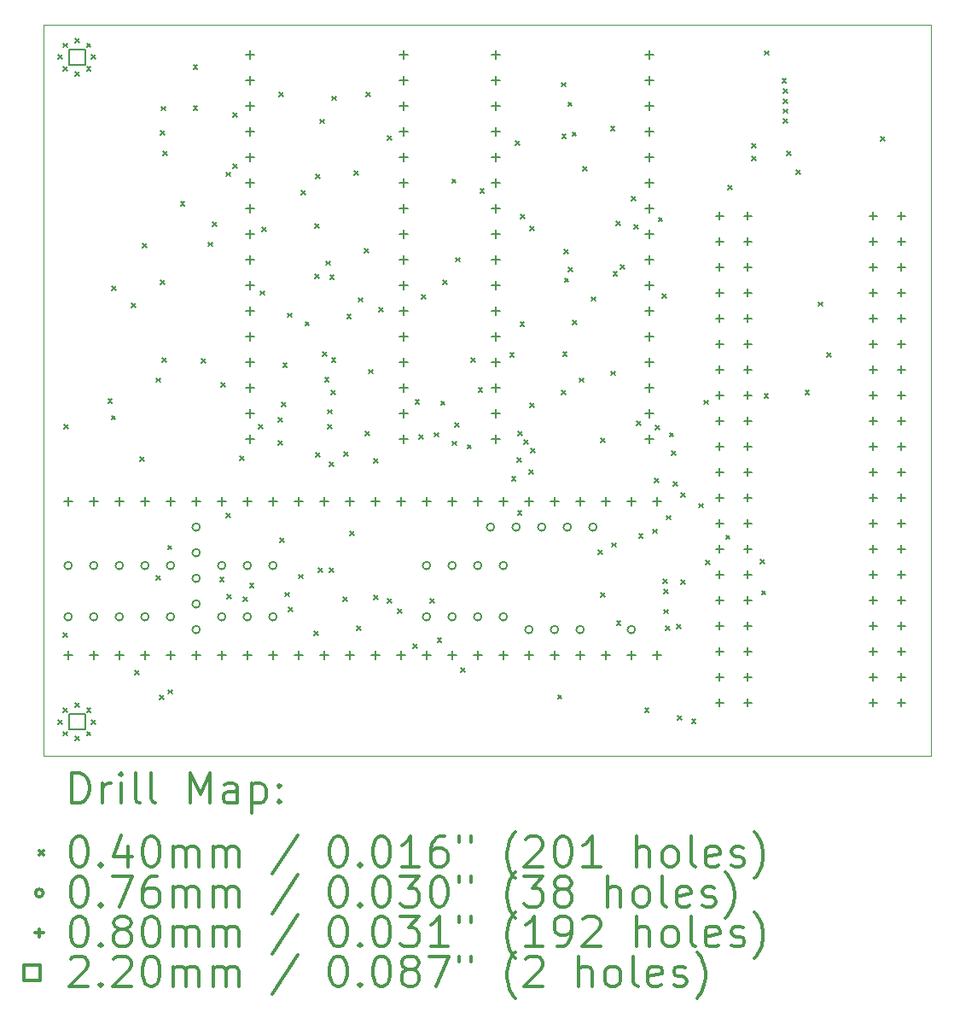
<source format=gbr>
%FSLAX45Y45*%
G04 Gerber Fmt 4.5, Leading zero omitted, Abs format (unit mm)*
G04 Created by KiCad (PCBNEW (5.1.2-1)-1) date 2020-06-29 00:37:01*
%MOMM*%
%LPD*%
G04 APERTURE LIST*
%ADD10C,0.100000*%
%ADD11C,0.200000*%
%ADD12C,0.300000*%
G04 APERTURE END LIST*
D10*
X11200000Y-7500000D02*
X20000000Y-7500000D01*
X11200000Y-14750000D02*
X11200000Y-7500000D01*
X20000000Y-14750000D02*
X11200000Y-14750000D01*
X20000000Y-7500000D02*
X20000000Y-14750000D01*
D11*
X11393940Y-13531260D02*
X11433940Y-13571260D01*
X11433940Y-13531260D02*
X11393940Y-13571260D01*
X11402840Y-11467570D02*
X11442840Y-11507570D01*
X11442840Y-11467570D02*
X11402840Y-11507570D01*
X11839440Y-11215190D02*
X11879440Y-11255190D01*
X11879440Y-11215190D02*
X11839440Y-11255190D01*
X11872990Y-11379360D02*
X11912990Y-11419360D01*
X11912990Y-11379360D02*
X11872990Y-11419360D01*
X11874560Y-10098240D02*
X11914560Y-10138240D01*
X11914560Y-10098240D02*
X11874560Y-10138240D01*
X12068940Y-10263810D02*
X12108940Y-10303810D01*
X12108940Y-10263810D02*
X12068940Y-10303810D01*
X12103610Y-13903630D02*
X12143610Y-13943630D01*
X12143610Y-13903630D02*
X12103610Y-13943630D01*
X12156310Y-11789160D02*
X12196310Y-11829160D01*
X12196310Y-11789160D02*
X12156310Y-11829160D01*
X12181370Y-9671390D02*
X12221370Y-9711390D01*
X12221370Y-9671390D02*
X12181370Y-9711390D01*
X12315100Y-12968700D02*
X12355100Y-13008700D01*
X12355100Y-12968700D02*
X12315100Y-13008700D01*
X12318820Y-11006190D02*
X12358820Y-11046190D01*
X12358820Y-11006190D02*
X12318820Y-11046190D01*
X12351290Y-14150920D02*
X12391290Y-14190920D01*
X12391290Y-14150920D02*
X12351290Y-14190920D01*
X12360440Y-8554110D02*
X12400440Y-8594110D01*
X12400440Y-8554110D02*
X12360440Y-8594110D01*
X12361960Y-10038220D02*
X12401960Y-10078220D01*
X12401960Y-10038220D02*
X12361960Y-10078220D01*
X12366760Y-8313900D02*
X12406760Y-8353900D01*
X12406760Y-8313900D02*
X12366760Y-8353900D01*
X12374080Y-10809670D02*
X12414080Y-10849670D01*
X12414080Y-10809670D02*
X12374080Y-10849670D01*
X12385490Y-8759860D02*
X12425490Y-8799860D01*
X12425490Y-8759860D02*
X12385490Y-8799860D01*
X12431920Y-12666220D02*
X12471920Y-12706220D01*
X12471920Y-12666220D02*
X12431920Y-12706220D01*
X12438700Y-14096850D02*
X12478700Y-14136850D01*
X12478700Y-14096850D02*
X12438700Y-14136850D01*
X12559530Y-9256040D02*
X12599530Y-9296040D01*
X12599530Y-9256040D02*
X12559530Y-9296040D01*
X12686480Y-8310530D02*
X12726480Y-8350530D01*
X12726480Y-8310530D02*
X12686480Y-8350530D01*
X12686840Y-7903480D02*
X12726840Y-7943480D01*
X12726840Y-7903480D02*
X12686840Y-7943480D01*
X12764490Y-10816820D02*
X12804490Y-10856820D01*
X12804490Y-10816820D02*
X12764490Y-10856820D01*
X12832670Y-9659080D02*
X12872670Y-9699080D01*
X12872670Y-9659080D02*
X12832670Y-9699080D01*
X12875620Y-9459330D02*
X12915620Y-9499330D01*
X12915620Y-9459330D02*
X12875620Y-9499330D01*
X12947220Y-12982030D02*
X12987220Y-13022030D01*
X12987220Y-12982030D02*
X12947220Y-13022030D01*
X12959570Y-11054620D02*
X12999570Y-11094620D01*
X12999570Y-11054620D02*
X12959570Y-11094620D01*
X13009220Y-8966580D02*
X13049220Y-9006580D01*
X13049220Y-8966580D02*
X13009220Y-9006580D01*
X13012360Y-12350420D02*
X13052360Y-12390420D01*
X13052360Y-12350420D02*
X13012360Y-12390420D01*
X13018570Y-13151860D02*
X13058570Y-13191860D01*
X13058570Y-13151860D02*
X13018570Y-13191860D01*
X13077690Y-8885260D02*
X13117690Y-8925260D01*
X13117690Y-8885260D02*
X13077690Y-8925260D01*
X13080050Y-8378300D02*
X13120050Y-8418300D01*
X13120050Y-8378300D02*
X13080050Y-8418300D01*
X13146660Y-11778090D02*
X13186660Y-11818090D01*
X13186660Y-11778090D02*
X13146660Y-11818090D01*
X13179740Y-13180430D02*
X13219740Y-13220430D01*
X13219740Y-13180430D02*
X13179740Y-13220430D01*
X13245220Y-13041760D02*
X13285220Y-13081760D01*
X13285220Y-13041760D02*
X13245220Y-13081760D01*
X13334140Y-11464880D02*
X13374140Y-11504880D01*
X13374140Y-11464880D02*
X13334140Y-11504880D01*
X13349690Y-10143080D02*
X13389690Y-10183080D01*
X13389690Y-10143080D02*
X13349690Y-10183080D01*
X13366260Y-9514490D02*
X13406260Y-9554490D01*
X13406260Y-9514490D02*
X13366260Y-9554490D01*
X13526480Y-11398840D02*
X13566480Y-11438840D01*
X13566480Y-11398840D02*
X13526480Y-11438840D01*
X13529590Y-11626370D02*
X13569590Y-11666370D01*
X13569590Y-11626370D02*
X13529590Y-11666370D01*
X13533830Y-8175700D02*
X13573830Y-8215700D01*
X13573830Y-8175700D02*
X13533830Y-8215700D01*
X13544720Y-12594450D02*
X13584720Y-12634450D01*
X13584720Y-12594450D02*
X13544720Y-12634450D01*
X13560360Y-11248560D02*
X13600360Y-11288560D01*
X13600360Y-11248560D02*
X13560360Y-11288560D01*
X13574170Y-10858790D02*
X13614170Y-10898790D01*
X13614170Y-10858790D02*
X13574170Y-10898790D01*
X13597150Y-13132110D02*
X13637150Y-13172110D01*
X13637150Y-13132110D02*
X13597150Y-13172110D01*
X13620300Y-10361440D02*
X13660300Y-10401440D01*
X13660300Y-10361440D02*
X13620300Y-10401440D01*
X13629690Y-13276530D02*
X13669690Y-13316530D01*
X13669690Y-13276530D02*
X13629690Y-13316530D01*
X13731040Y-12952250D02*
X13771040Y-12992250D01*
X13771040Y-12952250D02*
X13731040Y-12992250D01*
X13755130Y-9146150D02*
X13795130Y-9186150D01*
X13795130Y-9146150D02*
X13755130Y-9186150D01*
X13794100Y-10447000D02*
X13834100Y-10487000D01*
X13834100Y-10447000D02*
X13794100Y-10487000D01*
X13880700Y-13515030D02*
X13920700Y-13555030D01*
X13920700Y-13515030D02*
X13880700Y-13555030D01*
X13890690Y-9475050D02*
X13930690Y-9515050D01*
X13930690Y-9475050D02*
X13890690Y-9515050D01*
X13890690Y-9978610D02*
X13930690Y-10018610D01*
X13930690Y-9978610D02*
X13890690Y-10018610D01*
X13898920Y-8988920D02*
X13938920Y-9028920D01*
X13938920Y-8988920D02*
X13898920Y-9028920D01*
X13901980Y-11748830D02*
X13941980Y-11788830D01*
X13941980Y-11748830D02*
X13901980Y-11788830D01*
X13925120Y-12888530D02*
X13965120Y-12928530D01*
X13965120Y-12888530D02*
X13925120Y-12928530D01*
X13942040Y-8441450D02*
X13982040Y-8481450D01*
X13982040Y-8441450D02*
X13942040Y-8481450D01*
X13970340Y-10749000D02*
X14010340Y-10789000D01*
X14010340Y-10749000D02*
X13970340Y-10789000D01*
X13989140Y-11003150D02*
X14029140Y-11043150D01*
X14029140Y-11003150D02*
X13989140Y-11043150D01*
X14002630Y-9846960D02*
X14042630Y-9886960D01*
X14042630Y-9846960D02*
X14002630Y-9886960D01*
X14016540Y-11318200D02*
X14056540Y-11358200D01*
X14056540Y-11318200D02*
X14016540Y-11358200D01*
X14020540Y-11465970D02*
X14060540Y-11505970D01*
X14060540Y-11465970D02*
X14020540Y-11505970D01*
X14035760Y-11841710D02*
X14075760Y-11881710D01*
X14075760Y-11841710D02*
X14035760Y-11881710D01*
X14035870Y-12890230D02*
X14075870Y-12930230D01*
X14075870Y-12890230D02*
X14035870Y-12930230D01*
X14039210Y-9984000D02*
X14079210Y-10024000D01*
X14079210Y-9984000D02*
X14039210Y-10024000D01*
X14056000Y-11131370D02*
X14096000Y-11171370D01*
X14096000Y-11131370D02*
X14056000Y-11171370D01*
X14058430Y-10808050D02*
X14098430Y-10848050D01*
X14098430Y-10808050D02*
X14058430Y-10848050D01*
X14059790Y-8211860D02*
X14099790Y-8251860D01*
X14099790Y-8211860D02*
X14059790Y-8251860D01*
X14170720Y-13174730D02*
X14210720Y-13214730D01*
X14210720Y-13174730D02*
X14170720Y-13214730D01*
X14182850Y-11738330D02*
X14222850Y-11778330D01*
X14222850Y-11738330D02*
X14182850Y-11778330D01*
X14210710Y-10376630D02*
X14250710Y-10416630D01*
X14250710Y-10376630D02*
X14210710Y-10416630D01*
X14241340Y-12525740D02*
X14281340Y-12565740D01*
X14281340Y-12525740D02*
X14241340Y-12565740D01*
X14282640Y-8953640D02*
X14322640Y-8993640D01*
X14322640Y-8953640D02*
X14282640Y-8993640D01*
X14306930Y-13463220D02*
X14346930Y-13503220D01*
X14346930Y-13463220D02*
X14306930Y-13503220D01*
X14324530Y-10211220D02*
X14364530Y-10251220D01*
X14364530Y-10211220D02*
X14324530Y-10251220D01*
X14386140Y-9720540D02*
X14426140Y-9760540D01*
X14426140Y-9720540D02*
X14386140Y-9760540D01*
X14394620Y-11535760D02*
X14434620Y-11575760D01*
X14434620Y-11535760D02*
X14394620Y-11575760D01*
X14399090Y-8175700D02*
X14439090Y-8215700D01*
X14439090Y-8175700D02*
X14399090Y-8215700D01*
X14427150Y-10920320D02*
X14467150Y-10960320D01*
X14467150Y-10920320D02*
X14427150Y-10960320D01*
X14477640Y-11807650D02*
X14517640Y-11847650D01*
X14517640Y-11807650D02*
X14477640Y-11847650D01*
X14478200Y-13158310D02*
X14518200Y-13198310D01*
X14518200Y-13158310D02*
X14478200Y-13198310D01*
X14524510Y-10309400D02*
X14564510Y-10349400D01*
X14564510Y-10309400D02*
X14524510Y-10349400D01*
X14609880Y-8605970D02*
X14649880Y-8645970D01*
X14649880Y-8605970D02*
X14609880Y-8645970D01*
X14613510Y-13193580D02*
X14653510Y-13233580D01*
X14653510Y-13193580D02*
X14613510Y-13233580D01*
X14710940Y-13298740D02*
X14750940Y-13338740D01*
X14750940Y-13298740D02*
X14710940Y-13338740D01*
X14867770Y-13642160D02*
X14907770Y-13682160D01*
X14907770Y-13642160D02*
X14867770Y-13682160D01*
X14887190Y-11224790D02*
X14927190Y-11264790D01*
X14927190Y-11224790D02*
X14887190Y-11264790D01*
X14926650Y-11570300D02*
X14966650Y-11610300D01*
X14966650Y-11570300D02*
X14926650Y-11610300D01*
X14949460Y-10179750D02*
X14989460Y-10219750D01*
X14989460Y-10179750D02*
X14949460Y-10219750D01*
X15035480Y-13193690D02*
X15075480Y-13233690D01*
X15075480Y-13193690D02*
X15035480Y-13233690D01*
X15080530Y-11548470D02*
X15120530Y-11588470D01*
X15120530Y-11548470D02*
X15080530Y-11588470D01*
X15108120Y-13583950D02*
X15148120Y-13623950D01*
X15148120Y-13583950D02*
X15108120Y-13623950D01*
X15141230Y-11235250D02*
X15181230Y-11275250D01*
X15181230Y-11235250D02*
X15141230Y-11275250D01*
X15159940Y-10038490D02*
X15199940Y-10078490D01*
X15199940Y-10038490D02*
X15159940Y-10078490D01*
X15251250Y-9032620D02*
X15291250Y-9072620D01*
X15291250Y-9032620D02*
X15251250Y-9072620D01*
X15252440Y-11631890D02*
X15292440Y-11671890D01*
X15292440Y-11631890D02*
X15252440Y-11671890D01*
X15282600Y-11450080D02*
X15322600Y-11490080D01*
X15322600Y-11450080D02*
X15282600Y-11490080D01*
X15287390Y-9812790D02*
X15327390Y-9852790D01*
X15327390Y-9812790D02*
X15287390Y-9852790D01*
X15337780Y-13882160D02*
X15377780Y-13922160D01*
X15377780Y-13882160D02*
X15337780Y-13922160D01*
X15402520Y-11667060D02*
X15442520Y-11707060D01*
X15442520Y-11667060D02*
X15402520Y-11707060D01*
X15442990Y-10804150D02*
X15482990Y-10844150D01*
X15482990Y-10804150D02*
X15442990Y-10844150D01*
X15512850Y-11102760D02*
X15552850Y-11142760D01*
X15552850Y-11102760D02*
X15512850Y-11142760D01*
X15531530Y-9127940D02*
X15571530Y-9167940D01*
X15571530Y-9127940D02*
X15531530Y-9167940D01*
X15825760Y-10754120D02*
X15865760Y-10794120D01*
X15865760Y-10754120D02*
X15825760Y-10794120D01*
X15844000Y-11985100D02*
X15884000Y-12025100D01*
X15884000Y-11985100D02*
X15844000Y-12025100D01*
X15880200Y-8658480D02*
X15920200Y-8698480D01*
X15920200Y-8658480D02*
X15880200Y-8698480D01*
X15897540Y-11799740D02*
X15937540Y-11839740D01*
X15937540Y-11799740D02*
X15897540Y-11839740D01*
X15903200Y-12321430D02*
X15943200Y-12361430D01*
X15943200Y-12321430D02*
X15903200Y-12361430D01*
X15906990Y-11537430D02*
X15946990Y-11577430D01*
X15946990Y-11537430D02*
X15906990Y-11577430D01*
X15928010Y-10454030D02*
X15968010Y-10494030D01*
X15968010Y-10454030D02*
X15928010Y-10494030D01*
X15932730Y-9383560D02*
X15972730Y-9423560D01*
X15972730Y-9383560D02*
X15932730Y-9423560D01*
X15968340Y-11617570D02*
X16008340Y-11657570D01*
X16008340Y-11617570D02*
X15968340Y-11657570D01*
X16015120Y-11915800D02*
X16055120Y-11955800D01*
X16055120Y-11915800D02*
X16015120Y-11955800D01*
X16024150Y-9500480D02*
X16064150Y-9540480D01*
X16064150Y-9500480D02*
X16024150Y-9540480D01*
X16024890Y-11257000D02*
X16064890Y-11297000D01*
X16064890Y-11257000D02*
X16024890Y-11297000D01*
X16036840Y-11703540D02*
X16076840Y-11743540D01*
X16076840Y-11703540D02*
X16036840Y-11743540D01*
X16300280Y-14147120D02*
X16340280Y-14187120D01*
X16340280Y-14147120D02*
X16300280Y-14187120D01*
X16340130Y-11130000D02*
X16380130Y-11170000D01*
X16380130Y-11130000D02*
X16340130Y-11170000D01*
X16340780Y-8075680D02*
X16380780Y-8115680D01*
X16380780Y-8075680D02*
X16340780Y-8115680D01*
X16343960Y-8590200D02*
X16383960Y-8630200D01*
X16383960Y-8590200D02*
X16343960Y-8630200D01*
X16350960Y-10749000D02*
X16390960Y-10789000D01*
X16390960Y-10749000D02*
X16350960Y-10789000D01*
X16365160Y-9731030D02*
X16405160Y-9771030D01*
X16405160Y-9731030D02*
X16365160Y-9771030D01*
X16367780Y-10014260D02*
X16407780Y-10054260D01*
X16407780Y-10014260D02*
X16367780Y-10054260D01*
X16402300Y-8270570D02*
X16442300Y-8310570D01*
X16442300Y-8270570D02*
X16402300Y-8310570D01*
X16408780Y-9908160D02*
X16448780Y-9948160D01*
X16448780Y-9908160D02*
X16408780Y-9948160D01*
X16444300Y-8566790D02*
X16484300Y-8606790D01*
X16484300Y-8566790D02*
X16444300Y-8606790D01*
X16447880Y-10436000D02*
X16487880Y-10476000D01*
X16487880Y-10436000D02*
X16447880Y-10476000D01*
X16517370Y-11005730D02*
X16557370Y-11045730D01*
X16557370Y-11005730D02*
X16517370Y-11045730D01*
X16549640Y-8910330D02*
X16589640Y-8950330D01*
X16589640Y-8910330D02*
X16549640Y-8950330D01*
X16634290Y-10201990D02*
X16674290Y-10241990D01*
X16674290Y-10201990D02*
X16634290Y-10241990D01*
X16706060Y-12711730D02*
X16746060Y-12751730D01*
X16746060Y-12711730D02*
X16706060Y-12751730D01*
X16730100Y-13136950D02*
X16770100Y-13176950D01*
X16770100Y-13136950D02*
X16730100Y-13176950D01*
X16731020Y-11602320D02*
X16771020Y-11642320D01*
X16771020Y-11602320D02*
X16731020Y-11642320D01*
X16826600Y-8513380D02*
X16866600Y-8553380D01*
X16866600Y-8513380D02*
X16826600Y-8553380D01*
X16830780Y-10939360D02*
X16870780Y-10979360D01*
X16870780Y-10939360D02*
X16830780Y-10979360D01*
X16839800Y-12641190D02*
X16879800Y-12681190D01*
X16879800Y-12641190D02*
X16839800Y-12681190D01*
X16850210Y-9954940D02*
X16890210Y-9994940D01*
X16890210Y-9954940D02*
X16850210Y-9994940D01*
X16878930Y-9451330D02*
X16918930Y-9491330D01*
X16918930Y-9451330D02*
X16878930Y-9491330D01*
X16884790Y-13413250D02*
X16924790Y-13453250D01*
X16924790Y-13413250D02*
X16884790Y-13453250D01*
X16923640Y-9885820D02*
X16963640Y-9925820D01*
X16963640Y-9885820D02*
X16923640Y-9925820D01*
X17033280Y-9204270D02*
X17073280Y-9244270D01*
X17073280Y-9204270D02*
X17033280Y-9244270D01*
X17059820Y-9488540D02*
X17099820Y-9528540D01*
X17099820Y-9488540D02*
X17059820Y-9528540D01*
X17085570Y-11431790D02*
X17125570Y-11471790D01*
X17125570Y-11431790D02*
X17085570Y-11471790D01*
X17105580Y-12549470D02*
X17145580Y-12589470D01*
X17145580Y-12549470D02*
X17105580Y-12589470D01*
X17165480Y-14280730D02*
X17205480Y-14320730D01*
X17205480Y-14280730D02*
X17165480Y-14320730D01*
X17242460Y-12504460D02*
X17282460Y-12544460D01*
X17282460Y-12504460D02*
X17242460Y-12544460D01*
X17260030Y-12002060D02*
X17300030Y-12042060D01*
X17300030Y-12002060D02*
X17260030Y-12042060D01*
X17269950Y-11473360D02*
X17309950Y-11513360D01*
X17309950Y-11473360D02*
X17269950Y-11513360D01*
X17299340Y-9413340D02*
X17339340Y-9453340D01*
X17339340Y-9413340D02*
X17299340Y-9453340D01*
X17336640Y-10174850D02*
X17376640Y-10214850D01*
X17376640Y-10174850D02*
X17336640Y-10214850D01*
X17348480Y-12996940D02*
X17388480Y-13036940D01*
X17388480Y-12996940D02*
X17348480Y-13036940D01*
X17352710Y-13098460D02*
X17392710Y-13138460D01*
X17392710Y-13098460D02*
X17352710Y-13138460D01*
X17357850Y-13300050D02*
X17397850Y-13340050D01*
X17397850Y-13300050D02*
X17357850Y-13340050D01*
X17372010Y-13467510D02*
X17412010Y-13507510D01*
X17412010Y-13467510D02*
X17372010Y-13507510D01*
X17378740Y-12370280D02*
X17418740Y-12410280D01*
X17418740Y-12370280D02*
X17378740Y-12410280D01*
X17409810Y-11547170D02*
X17449810Y-11587170D01*
X17449810Y-11547170D02*
X17409810Y-11587170D01*
X17431510Y-11728740D02*
X17471510Y-11768740D01*
X17471510Y-11728740D02*
X17431510Y-11768740D01*
X17449300Y-12034560D02*
X17489300Y-12074560D01*
X17489300Y-12034560D02*
X17449300Y-12074560D01*
X17483500Y-13447840D02*
X17523500Y-13487840D01*
X17523500Y-13447840D02*
X17483500Y-13487840D01*
X17493410Y-14351710D02*
X17533410Y-14391710D01*
X17533410Y-14351710D02*
X17493410Y-14391710D01*
X17521960Y-12142560D02*
X17561960Y-12182560D01*
X17561960Y-12142560D02*
X17521960Y-12182560D01*
X17522100Y-13007840D02*
X17562100Y-13047840D01*
X17562100Y-13007840D02*
X17522100Y-13047840D01*
X17630500Y-14386980D02*
X17670500Y-14426980D01*
X17670500Y-14386980D02*
X17630500Y-14426980D01*
X17701190Y-12251060D02*
X17741190Y-12291060D01*
X17741190Y-12251060D02*
X17701190Y-12291060D01*
X17752580Y-11225650D02*
X17792580Y-11265650D01*
X17792580Y-11225650D02*
X17752580Y-11265650D01*
X17772920Y-12814040D02*
X17812920Y-12854040D01*
X17812920Y-12814040D02*
X17772920Y-12854040D01*
X17969480Y-12564400D02*
X18009480Y-12604400D01*
X18009480Y-12564400D02*
X17969480Y-12604400D01*
X17988590Y-9094110D02*
X18028590Y-9134110D01*
X18028590Y-9094110D02*
X17988590Y-9134110D01*
X18226330Y-8680790D02*
X18266330Y-8720790D01*
X18266330Y-8680790D02*
X18226330Y-8720790D01*
X18227370Y-8806560D02*
X18267370Y-8846560D01*
X18267370Y-8806560D02*
X18227370Y-8846560D01*
X18313600Y-12804440D02*
X18353600Y-12844440D01*
X18353600Y-12804440D02*
X18313600Y-12844440D01*
X18325460Y-13114630D02*
X18365460Y-13154630D01*
X18365460Y-13114630D02*
X18325460Y-13154630D01*
X18349750Y-11161740D02*
X18389750Y-11201740D01*
X18389750Y-11161740D02*
X18349750Y-11201740D01*
X18353580Y-7762500D02*
X18393580Y-7802500D01*
X18393580Y-7762500D02*
X18353580Y-7802500D01*
X18527130Y-8037720D02*
X18567130Y-8077720D01*
X18567130Y-8037720D02*
X18527130Y-8077720D01*
X18537400Y-8239240D02*
X18577400Y-8279240D01*
X18577400Y-8239240D02*
X18537400Y-8279240D01*
X18538450Y-8339270D02*
X18578450Y-8379270D01*
X18578450Y-8339270D02*
X18538450Y-8379270D01*
X18540540Y-8139200D02*
X18580540Y-8179200D01*
X18580540Y-8139200D02*
X18540540Y-8179200D01*
X18540540Y-8439320D02*
X18580540Y-8479320D01*
X18580540Y-8439320D02*
X18540540Y-8479320D01*
X18575810Y-8758630D02*
X18615810Y-8798630D01*
X18615810Y-8758630D02*
X18575810Y-8798630D01*
X18665280Y-8945800D02*
X18705280Y-8985800D01*
X18705280Y-8945800D02*
X18665280Y-8985800D01*
X18756250Y-11129190D02*
X18796250Y-11169190D01*
X18796250Y-11129190D02*
X18756250Y-11169190D01*
X18890240Y-10251880D02*
X18930240Y-10291880D01*
X18930240Y-10251880D02*
X18890240Y-10291880D01*
X18974970Y-10755650D02*
X19014970Y-10795650D01*
X19014970Y-10755650D02*
X18974970Y-10795650D01*
X19506810Y-8613070D02*
X19546810Y-8653070D01*
X19546810Y-8613070D02*
X19506810Y-8653070D01*
X11346600Y-14394500D02*
X11386600Y-14434500D01*
X11386600Y-14394500D02*
X11346600Y-14434500D01*
X11394927Y-14277827D02*
X11434927Y-14317827D01*
X11434927Y-14277827D02*
X11394927Y-14317827D01*
X11394927Y-14511173D02*
X11434927Y-14551173D01*
X11434927Y-14511173D02*
X11394927Y-14551173D01*
X11511600Y-14229500D02*
X11551600Y-14269500D01*
X11551600Y-14229500D02*
X11511600Y-14269500D01*
X11511600Y-14559500D02*
X11551600Y-14599500D01*
X11551600Y-14559500D02*
X11511600Y-14599500D01*
X11628273Y-14277827D02*
X11668273Y-14317827D01*
X11668273Y-14277827D02*
X11628273Y-14317827D01*
X11628273Y-14511173D02*
X11668273Y-14551173D01*
X11668273Y-14511173D02*
X11628273Y-14551173D01*
X11676600Y-14394500D02*
X11716600Y-14434500D01*
X11716600Y-14394500D02*
X11676600Y-14434500D01*
X11346600Y-7803200D02*
X11386600Y-7843200D01*
X11386600Y-7803200D02*
X11346600Y-7843200D01*
X11394927Y-7686527D02*
X11434927Y-7726527D01*
X11434927Y-7686527D02*
X11394927Y-7726527D01*
X11394927Y-7919873D02*
X11434927Y-7959873D01*
X11434927Y-7919873D02*
X11394927Y-7959873D01*
X11511600Y-7638200D02*
X11551600Y-7678200D01*
X11551600Y-7638200D02*
X11511600Y-7678200D01*
X11511600Y-7968200D02*
X11551600Y-8008200D01*
X11551600Y-7968200D02*
X11511600Y-8008200D01*
X11628273Y-7686527D02*
X11668273Y-7726527D01*
X11668273Y-7686527D02*
X11628273Y-7726527D01*
X11628273Y-7919873D02*
X11668273Y-7959873D01*
X11668273Y-7919873D02*
X11628273Y-7959873D01*
X11676600Y-7803200D02*
X11716600Y-7843200D01*
X11716600Y-7803200D02*
X11676600Y-7843200D01*
X11480800Y-12865100D02*
G75*
G03X11480800Y-12865100I-38100J0D01*
G01*
X11480800Y-13373100D02*
G75*
G03X11480800Y-13373100I-38100J0D01*
G01*
X11734800Y-12865100D02*
G75*
G03X11734800Y-12865100I-38100J0D01*
G01*
X11734800Y-13373100D02*
G75*
G03X11734800Y-13373100I-38100J0D01*
G01*
X11988800Y-12865100D02*
G75*
G03X11988800Y-12865100I-38100J0D01*
G01*
X11988800Y-13373100D02*
G75*
G03X11988800Y-13373100I-38100J0D01*
G01*
X12242800Y-12865100D02*
G75*
G03X12242800Y-12865100I-38100J0D01*
G01*
X12242800Y-13373100D02*
G75*
G03X12242800Y-13373100I-38100J0D01*
G01*
X12496800Y-12865100D02*
G75*
G03X12496800Y-12865100I-38100J0D01*
G01*
X12496800Y-13373100D02*
G75*
G03X12496800Y-13373100I-38100J0D01*
G01*
X12750800Y-12484100D02*
G75*
G03X12750800Y-12484100I-38100J0D01*
G01*
X12750800Y-12738100D02*
G75*
G03X12750800Y-12738100I-38100J0D01*
G01*
X12750800Y-12992100D02*
G75*
G03X12750800Y-12992100I-38100J0D01*
G01*
X12750800Y-13246100D02*
G75*
G03X12750800Y-13246100I-38100J0D01*
G01*
X12750800Y-13500100D02*
G75*
G03X12750800Y-13500100I-38100J0D01*
G01*
X13004800Y-12865100D02*
G75*
G03X13004800Y-12865100I-38100J0D01*
G01*
X13004800Y-13373100D02*
G75*
G03X13004800Y-13373100I-38100J0D01*
G01*
X13258800Y-12865100D02*
G75*
G03X13258800Y-12865100I-38100J0D01*
G01*
X13258800Y-13373100D02*
G75*
G03X13258800Y-13373100I-38100J0D01*
G01*
X13512800Y-12865100D02*
G75*
G03X13512800Y-12865100I-38100J0D01*
G01*
X13512800Y-13373100D02*
G75*
G03X13512800Y-13373100I-38100J0D01*
G01*
X15036800Y-12865100D02*
G75*
G03X15036800Y-12865100I-38100J0D01*
G01*
X15036800Y-13373100D02*
G75*
G03X15036800Y-13373100I-38100J0D01*
G01*
X15290800Y-12865100D02*
G75*
G03X15290800Y-12865100I-38100J0D01*
G01*
X15290800Y-13373100D02*
G75*
G03X15290800Y-13373100I-38100J0D01*
G01*
X15544800Y-12865100D02*
G75*
G03X15544800Y-12865100I-38100J0D01*
G01*
X15544800Y-13373100D02*
G75*
G03X15544800Y-13373100I-38100J0D01*
G01*
X15671800Y-12484100D02*
G75*
G03X15671800Y-12484100I-38100J0D01*
G01*
X15798800Y-12865100D02*
G75*
G03X15798800Y-12865100I-38100J0D01*
G01*
X15798800Y-13373100D02*
G75*
G03X15798800Y-13373100I-38100J0D01*
G01*
X15925800Y-12484100D02*
G75*
G03X15925800Y-12484100I-38100J0D01*
G01*
X16052800Y-13500100D02*
G75*
G03X16052800Y-13500100I-38100J0D01*
G01*
X16179800Y-12484100D02*
G75*
G03X16179800Y-12484100I-38100J0D01*
G01*
X16306800Y-13500100D02*
G75*
G03X16306800Y-13500100I-38100J0D01*
G01*
X16433800Y-12484100D02*
G75*
G03X16433800Y-12484100I-38100J0D01*
G01*
X16560800Y-13500100D02*
G75*
G03X16560800Y-13500100I-38100J0D01*
G01*
X16687800Y-12484100D02*
G75*
G03X16687800Y-12484100I-38100J0D01*
G01*
X17068800Y-13500100D02*
G75*
G03X17068800Y-13500100I-38100J0D01*
G01*
X17907000Y-9358000D02*
X17907000Y-9438000D01*
X17867000Y-9398000D02*
X17947000Y-9398000D01*
X17907000Y-9612000D02*
X17907000Y-9692000D01*
X17867000Y-9652000D02*
X17947000Y-9652000D01*
X17907000Y-9866000D02*
X17907000Y-9946000D01*
X17867000Y-9906000D02*
X17947000Y-9906000D01*
X17907000Y-10120000D02*
X17907000Y-10200000D01*
X17867000Y-10160000D02*
X17947000Y-10160000D01*
X17907000Y-10374000D02*
X17907000Y-10454000D01*
X17867000Y-10414000D02*
X17947000Y-10414000D01*
X17907000Y-10628000D02*
X17907000Y-10708000D01*
X17867000Y-10668000D02*
X17947000Y-10668000D01*
X17907000Y-10882000D02*
X17907000Y-10962000D01*
X17867000Y-10922000D02*
X17947000Y-10922000D01*
X17907000Y-11136000D02*
X17907000Y-11216000D01*
X17867000Y-11176000D02*
X17947000Y-11176000D01*
X17907000Y-11390000D02*
X17907000Y-11470000D01*
X17867000Y-11430000D02*
X17947000Y-11430000D01*
X17907000Y-11644000D02*
X17907000Y-11724000D01*
X17867000Y-11684000D02*
X17947000Y-11684000D01*
X17907000Y-11898000D02*
X17907000Y-11978000D01*
X17867000Y-11938000D02*
X17947000Y-11938000D01*
X17907000Y-12152000D02*
X17907000Y-12232000D01*
X17867000Y-12192000D02*
X17947000Y-12192000D01*
X17907000Y-12406000D02*
X17907000Y-12486000D01*
X17867000Y-12446000D02*
X17947000Y-12446000D01*
X17907000Y-12660000D02*
X17907000Y-12740000D01*
X17867000Y-12700000D02*
X17947000Y-12700000D01*
X17907000Y-12914000D02*
X17907000Y-12994000D01*
X17867000Y-12954000D02*
X17947000Y-12954000D01*
X17907000Y-13168000D02*
X17907000Y-13248000D01*
X17867000Y-13208000D02*
X17947000Y-13208000D01*
X17907000Y-13422000D02*
X17907000Y-13502000D01*
X17867000Y-13462000D02*
X17947000Y-13462000D01*
X17907000Y-13676000D02*
X17907000Y-13756000D01*
X17867000Y-13716000D02*
X17947000Y-13716000D01*
X17907000Y-13930000D02*
X17907000Y-14010000D01*
X17867000Y-13970000D02*
X17947000Y-13970000D01*
X17907000Y-14184000D02*
X17907000Y-14264000D01*
X17867000Y-14224000D02*
X17947000Y-14224000D01*
X19431000Y-9358000D02*
X19431000Y-9438000D01*
X19391000Y-9398000D02*
X19471000Y-9398000D01*
X19431000Y-9612000D02*
X19431000Y-9692000D01*
X19391000Y-9652000D02*
X19471000Y-9652000D01*
X19431000Y-9866000D02*
X19431000Y-9946000D01*
X19391000Y-9906000D02*
X19471000Y-9906000D01*
X19431000Y-10120000D02*
X19431000Y-10200000D01*
X19391000Y-10160000D02*
X19471000Y-10160000D01*
X19431000Y-10374000D02*
X19431000Y-10454000D01*
X19391000Y-10414000D02*
X19471000Y-10414000D01*
X19431000Y-10628000D02*
X19431000Y-10708000D01*
X19391000Y-10668000D02*
X19471000Y-10668000D01*
X19431000Y-10882000D02*
X19431000Y-10962000D01*
X19391000Y-10922000D02*
X19471000Y-10922000D01*
X19431000Y-11136000D02*
X19431000Y-11216000D01*
X19391000Y-11176000D02*
X19471000Y-11176000D01*
X19431000Y-11390000D02*
X19431000Y-11470000D01*
X19391000Y-11430000D02*
X19471000Y-11430000D01*
X19431000Y-11644000D02*
X19431000Y-11724000D01*
X19391000Y-11684000D02*
X19471000Y-11684000D01*
X19431000Y-11898000D02*
X19431000Y-11978000D01*
X19391000Y-11938000D02*
X19471000Y-11938000D01*
X19431000Y-12152000D02*
X19431000Y-12232000D01*
X19391000Y-12192000D02*
X19471000Y-12192000D01*
X19431000Y-12406000D02*
X19431000Y-12486000D01*
X19391000Y-12446000D02*
X19471000Y-12446000D01*
X19431000Y-12660000D02*
X19431000Y-12740000D01*
X19391000Y-12700000D02*
X19471000Y-12700000D01*
X19431000Y-12914000D02*
X19431000Y-12994000D01*
X19391000Y-12954000D02*
X19471000Y-12954000D01*
X19431000Y-13168000D02*
X19431000Y-13248000D01*
X19391000Y-13208000D02*
X19471000Y-13208000D01*
X19431000Y-13422000D02*
X19431000Y-13502000D01*
X19391000Y-13462000D02*
X19471000Y-13462000D01*
X19431000Y-13676000D02*
X19431000Y-13756000D01*
X19391000Y-13716000D02*
X19471000Y-13716000D01*
X19431000Y-13930000D02*
X19431000Y-14010000D01*
X19391000Y-13970000D02*
X19471000Y-13970000D01*
X19431000Y-14184000D02*
X19431000Y-14264000D01*
X19391000Y-14224000D02*
X19471000Y-14224000D01*
X11442700Y-12190100D02*
X11442700Y-12270100D01*
X11402700Y-12230100D02*
X11482700Y-12230100D01*
X11442700Y-13714100D02*
X11442700Y-13794100D01*
X11402700Y-13754100D02*
X11482700Y-13754100D01*
X11696700Y-12190100D02*
X11696700Y-12270100D01*
X11656700Y-12230100D02*
X11736700Y-12230100D01*
X11696700Y-13714100D02*
X11696700Y-13794100D01*
X11656700Y-13754100D02*
X11736700Y-13754100D01*
X11950700Y-12190100D02*
X11950700Y-12270100D01*
X11910700Y-12230100D02*
X11990700Y-12230100D01*
X11950700Y-13714100D02*
X11950700Y-13794100D01*
X11910700Y-13754100D02*
X11990700Y-13754100D01*
X12204700Y-12190100D02*
X12204700Y-12270100D01*
X12164700Y-12230100D02*
X12244700Y-12230100D01*
X12204700Y-13714100D02*
X12204700Y-13794100D01*
X12164700Y-13754100D02*
X12244700Y-13754100D01*
X12458700Y-12190100D02*
X12458700Y-12270100D01*
X12418700Y-12230100D02*
X12498700Y-12230100D01*
X12458700Y-13714100D02*
X12458700Y-13794100D01*
X12418700Y-13754100D02*
X12498700Y-13754100D01*
X12712700Y-12190100D02*
X12712700Y-12270100D01*
X12672700Y-12230100D02*
X12752700Y-12230100D01*
X12712700Y-13714100D02*
X12712700Y-13794100D01*
X12672700Y-13754100D02*
X12752700Y-13754100D01*
X12966700Y-12190100D02*
X12966700Y-12270100D01*
X12926700Y-12230100D02*
X13006700Y-12230100D01*
X12966700Y-13714100D02*
X12966700Y-13794100D01*
X12926700Y-13754100D02*
X13006700Y-13754100D01*
X13220700Y-12190100D02*
X13220700Y-12270100D01*
X13180700Y-12230100D02*
X13260700Y-12230100D01*
X13220700Y-13714100D02*
X13220700Y-13794100D01*
X13180700Y-13754100D02*
X13260700Y-13754100D01*
X13474700Y-12190100D02*
X13474700Y-12270100D01*
X13434700Y-12230100D02*
X13514700Y-12230100D01*
X13474700Y-13714100D02*
X13474700Y-13794100D01*
X13434700Y-13754100D02*
X13514700Y-13754100D01*
X13728700Y-12190100D02*
X13728700Y-12270100D01*
X13688700Y-12230100D02*
X13768700Y-12230100D01*
X13728700Y-13714100D02*
X13728700Y-13794100D01*
X13688700Y-13754100D02*
X13768700Y-13754100D01*
X13982700Y-12190100D02*
X13982700Y-12270100D01*
X13942700Y-12230100D02*
X14022700Y-12230100D01*
X13982700Y-13714100D02*
X13982700Y-13794100D01*
X13942700Y-13754100D02*
X14022700Y-13754100D01*
X14236700Y-12190100D02*
X14236700Y-12270100D01*
X14196700Y-12230100D02*
X14276700Y-12230100D01*
X14236700Y-13714100D02*
X14236700Y-13794100D01*
X14196700Y-13754100D02*
X14276700Y-13754100D01*
X14490700Y-12190100D02*
X14490700Y-12270100D01*
X14450700Y-12230100D02*
X14530700Y-12230100D01*
X14490700Y-13714100D02*
X14490700Y-13794100D01*
X14450700Y-13754100D02*
X14530700Y-13754100D01*
X14744700Y-12190100D02*
X14744700Y-12270100D01*
X14704700Y-12230100D02*
X14784700Y-12230100D01*
X14744700Y-13714100D02*
X14744700Y-13794100D01*
X14704700Y-13754100D02*
X14784700Y-13754100D01*
X14998700Y-12190100D02*
X14998700Y-12270100D01*
X14958700Y-12230100D02*
X15038700Y-12230100D01*
X14998700Y-13714100D02*
X14998700Y-13794100D01*
X14958700Y-13754100D02*
X15038700Y-13754100D01*
X15252700Y-12190100D02*
X15252700Y-12270100D01*
X15212700Y-12230100D02*
X15292700Y-12230100D01*
X15252700Y-13714100D02*
X15252700Y-13794100D01*
X15212700Y-13754100D02*
X15292700Y-13754100D01*
X15506700Y-12190100D02*
X15506700Y-12270100D01*
X15466700Y-12230100D02*
X15546700Y-12230100D01*
X15506700Y-13714100D02*
X15506700Y-13794100D01*
X15466700Y-13754100D02*
X15546700Y-13754100D01*
X15760700Y-12190100D02*
X15760700Y-12270100D01*
X15720700Y-12230100D02*
X15800700Y-12230100D01*
X15760700Y-13714100D02*
X15760700Y-13794100D01*
X15720700Y-13754100D02*
X15800700Y-13754100D01*
X16014700Y-12190100D02*
X16014700Y-12270100D01*
X15974700Y-12230100D02*
X16054700Y-12230100D01*
X16014700Y-13714100D02*
X16014700Y-13794100D01*
X15974700Y-13754100D02*
X16054700Y-13754100D01*
X16268700Y-12190100D02*
X16268700Y-12270100D01*
X16228700Y-12230100D02*
X16308700Y-12230100D01*
X16268700Y-13714100D02*
X16268700Y-13794100D01*
X16228700Y-13754100D02*
X16308700Y-13754100D01*
X16522700Y-12190100D02*
X16522700Y-12270100D01*
X16482700Y-12230100D02*
X16562700Y-12230100D01*
X16522700Y-13714100D02*
X16522700Y-13794100D01*
X16482700Y-13754100D02*
X16562700Y-13754100D01*
X16776700Y-12190100D02*
X16776700Y-12270100D01*
X16736700Y-12230100D02*
X16816700Y-12230100D01*
X16776700Y-13714100D02*
X16776700Y-13794100D01*
X16736700Y-13754100D02*
X16816700Y-13754100D01*
X17030700Y-12190100D02*
X17030700Y-12270100D01*
X16990700Y-12230100D02*
X17070700Y-12230100D01*
X17030700Y-13714100D02*
X17030700Y-13794100D01*
X16990700Y-13754100D02*
X17070700Y-13754100D01*
X17284700Y-12190100D02*
X17284700Y-12270100D01*
X17244700Y-12230100D02*
X17324700Y-12230100D01*
X17284700Y-13714100D02*
X17284700Y-13794100D01*
X17244700Y-13754100D02*
X17324700Y-13754100D01*
X18186400Y-9358000D02*
X18186400Y-9438000D01*
X18146400Y-9398000D02*
X18226400Y-9398000D01*
X18186400Y-9612000D02*
X18186400Y-9692000D01*
X18146400Y-9652000D02*
X18226400Y-9652000D01*
X18186400Y-9866000D02*
X18186400Y-9946000D01*
X18146400Y-9906000D02*
X18226400Y-9906000D01*
X18186400Y-10120000D02*
X18186400Y-10200000D01*
X18146400Y-10160000D02*
X18226400Y-10160000D01*
X18186400Y-10374000D02*
X18186400Y-10454000D01*
X18146400Y-10414000D02*
X18226400Y-10414000D01*
X18186400Y-10628000D02*
X18186400Y-10708000D01*
X18146400Y-10668000D02*
X18226400Y-10668000D01*
X18186400Y-10882000D02*
X18186400Y-10962000D01*
X18146400Y-10922000D02*
X18226400Y-10922000D01*
X18186400Y-11136000D02*
X18186400Y-11216000D01*
X18146400Y-11176000D02*
X18226400Y-11176000D01*
X18186400Y-11390000D02*
X18186400Y-11470000D01*
X18146400Y-11430000D02*
X18226400Y-11430000D01*
X18186400Y-11644000D02*
X18186400Y-11724000D01*
X18146400Y-11684000D02*
X18226400Y-11684000D01*
X18186400Y-11898000D02*
X18186400Y-11978000D01*
X18146400Y-11938000D02*
X18226400Y-11938000D01*
X18186400Y-12152000D02*
X18186400Y-12232000D01*
X18146400Y-12192000D02*
X18226400Y-12192000D01*
X18186400Y-12406000D02*
X18186400Y-12486000D01*
X18146400Y-12446000D02*
X18226400Y-12446000D01*
X18186400Y-12660000D02*
X18186400Y-12740000D01*
X18146400Y-12700000D02*
X18226400Y-12700000D01*
X18186400Y-12914000D02*
X18186400Y-12994000D01*
X18146400Y-12954000D02*
X18226400Y-12954000D01*
X18186400Y-13168000D02*
X18186400Y-13248000D01*
X18146400Y-13208000D02*
X18226400Y-13208000D01*
X18186400Y-13422000D02*
X18186400Y-13502000D01*
X18146400Y-13462000D02*
X18226400Y-13462000D01*
X18186400Y-13676000D02*
X18186400Y-13756000D01*
X18146400Y-13716000D02*
X18226400Y-13716000D01*
X18186400Y-13930000D02*
X18186400Y-14010000D01*
X18146400Y-13970000D02*
X18226400Y-13970000D01*
X18186400Y-14184000D02*
X18186400Y-14264000D01*
X18146400Y-14224000D02*
X18226400Y-14224000D01*
X19710400Y-9358000D02*
X19710400Y-9438000D01*
X19670400Y-9398000D02*
X19750400Y-9398000D01*
X19710400Y-9612000D02*
X19710400Y-9692000D01*
X19670400Y-9652000D02*
X19750400Y-9652000D01*
X19710400Y-9866000D02*
X19710400Y-9946000D01*
X19670400Y-9906000D02*
X19750400Y-9906000D01*
X19710400Y-10120000D02*
X19710400Y-10200000D01*
X19670400Y-10160000D02*
X19750400Y-10160000D01*
X19710400Y-10374000D02*
X19710400Y-10454000D01*
X19670400Y-10414000D02*
X19750400Y-10414000D01*
X19710400Y-10628000D02*
X19710400Y-10708000D01*
X19670400Y-10668000D02*
X19750400Y-10668000D01*
X19710400Y-10882000D02*
X19710400Y-10962000D01*
X19670400Y-10922000D02*
X19750400Y-10922000D01*
X19710400Y-11136000D02*
X19710400Y-11216000D01*
X19670400Y-11176000D02*
X19750400Y-11176000D01*
X19710400Y-11390000D02*
X19710400Y-11470000D01*
X19670400Y-11430000D02*
X19750400Y-11430000D01*
X19710400Y-11644000D02*
X19710400Y-11724000D01*
X19670400Y-11684000D02*
X19750400Y-11684000D01*
X19710400Y-11898000D02*
X19710400Y-11978000D01*
X19670400Y-11938000D02*
X19750400Y-11938000D01*
X19710400Y-12152000D02*
X19710400Y-12232000D01*
X19670400Y-12192000D02*
X19750400Y-12192000D01*
X19710400Y-12406000D02*
X19710400Y-12486000D01*
X19670400Y-12446000D02*
X19750400Y-12446000D01*
X19710400Y-12660000D02*
X19710400Y-12740000D01*
X19670400Y-12700000D02*
X19750400Y-12700000D01*
X19710400Y-12914000D02*
X19710400Y-12994000D01*
X19670400Y-12954000D02*
X19750400Y-12954000D01*
X19710400Y-13168000D02*
X19710400Y-13248000D01*
X19670400Y-13208000D02*
X19750400Y-13208000D01*
X19710400Y-13422000D02*
X19710400Y-13502000D01*
X19670400Y-13462000D02*
X19750400Y-13462000D01*
X19710400Y-13676000D02*
X19710400Y-13756000D01*
X19670400Y-13716000D02*
X19750400Y-13716000D01*
X19710400Y-13930000D02*
X19710400Y-14010000D01*
X19670400Y-13970000D02*
X19750400Y-13970000D01*
X19710400Y-14184000D02*
X19710400Y-14264000D01*
X19670400Y-14224000D02*
X19750400Y-14224000D01*
X15684500Y-7760000D02*
X15684500Y-7840000D01*
X15644500Y-7800000D02*
X15724500Y-7800000D01*
X15684500Y-8014000D02*
X15684500Y-8094000D01*
X15644500Y-8054000D02*
X15724500Y-8054000D01*
X15684500Y-8268000D02*
X15684500Y-8348000D01*
X15644500Y-8308000D02*
X15724500Y-8308000D01*
X15684500Y-8522000D02*
X15684500Y-8602000D01*
X15644500Y-8562000D02*
X15724500Y-8562000D01*
X15684500Y-8776000D02*
X15684500Y-8856000D01*
X15644500Y-8816000D02*
X15724500Y-8816000D01*
X15684500Y-9030000D02*
X15684500Y-9110000D01*
X15644500Y-9070000D02*
X15724500Y-9070000D01*
X15684500Y-9284000D02*
X15684500Y-9364000D01*
X15644500Y-9324000D02*
X15724500Y-9324000D01*
X15684500Y-9538000D02*
X15684500Y-9618000D01*
X15644500Y-9578000D02*
X15724500Y-9578000D01*
X15684500Y-9792000D02*
X15684500Y-9872000D01*
X15644500Y-9832000D02*
X15724500Y-9832000D01*
X15684500Y-10046000D02*
X15684500Y-10126000D01*
X15644500Y-10086000D02*
X15724500Y-10086000D01*
X15684500Y-10300000D02*
X15684500Y-10380000D01*
X15644500Y-10340000D02*
X15724500Y-10340000D01*
X15684500Y-10554000D02*
X15684500Y-10634000D01*
X15644500Y-10594000D02*
X15724500Y-10594000D01*
X15684500Y-10808000D02*
X15684500Y-10888000D01*
X15644500Y-10848000D02*
X15724500Y-10848000D01*
X15684500Y-11062000D02*
X15684500Y-11142000D01*
X15644500Y-11102000D02*
X15724500Y-11102000D01*
X15684500Y-11316000D02*
X15684500Y-11396000D01*
X15644500Y-11356000D02*
X15724500Y-11356000D01*
X15684500Y-11570000D02*
X15684500Y-11650000D01*
X15644500Y-11610000D02*
X15724500Y-11610000D01*
X17208500Y-7760000D02*
X17208500Y-7840000D01*
X17168500Y-7800000D02*
X17248500Y-7800000D01*
X17208500Y-8014000D02*
X17208500Y-8094000D01*
X17168500Y-8054000D02*
X17248500Y-8054000D01*
X17208500Y-8268000D02*
X17208500Y-8348000D01*
X17168500Y-8308000D02*
X17248500Y-8308000D01*
X17208500Y-8522000D02*
X17208500Y-8602000D01*
X17168500Y-8562000D02*
X17248500Y-8562000D01*
X17208500Y-8776000D02*
X17208500Y-8856000D01*
X17168500Y-8816000D02*
X17248500Y-8816000D01*
X17208500Y-9030000D02*
X17208500Y-9110000D01*
X17168500Y-9070000D02*
X17248500Y-9070000D01*
X17208500Y-9284000D02*
X17208500Y-9364000D01*
X17168500Y-9324000D02*
X17248500Y-9324000D01*
X17208500Y-9538000D02*
X17208500Y-9618000D01*
X17168500Y-9578000D02*
X17248500Y-9578000D01*
X17208500Y-9792000D02*
X17208500Y-9872000D01*
X17168500Y-9832000D02*
X17248500Y-9832000D01*
X17208500Y-10046000D02*
X17208500Y-10126000D01*
X17168500Y-10086000D02*
X17248500Y-10086000D01*
X17208500Y-10300000D02*
X17208500Y-10380000D01*
X17168500Y-10340000D02*
X17248500Y-10340000D01*
X17208500Y-10554000D02*
X17208500Y-10634000D01*
X17168500Y-10594000D02*
X17248500Y-10594000D01*
X17208500Y-10808000D02*
X17208500Y-10888000D01*
X17168500Y-10848000D02*
X17248500Y-10848000D01*
X17208500Y-11062000D02*
X17208500Y-11142000D01*
X17168500Y-11102000D02*
X17248500Y-11102000D01*
X17208500Y-11316000D02*
X17208500Y-11396000D01*
X17168500Y-11356000D02*
X17248500Y-11356000D01*
X17208500Y-11570000D02*
X17208500Y-11650000D01*
X17168500Y-11610000D02*
X17248500Y-11610000D01*
X13246100Y-7760000D02*
X13246100Y-7840000D01*
X13206100Y-7800000D02*
X13286100Y-7800000D01*
X13246100Y-8014000D02*
X13246100Y-8094000D01*
X13206100Y-8054000D02*
X13286100Y-8054000D01*
X13246100Y-8268000D02*
X13246100Y-8348000D01*
X13206100Y-8308000D02*
X13286100Y-8308000D01*
X13246100Y-8522000D02*
X13246100Y-8602000D01*
X13206100Y-8562000D02*
X13286100Y-8562000D01*
X13246100Y-8776000D02*
X13246100Y-8856000D01*
X13206100Y-8816000D02*
X13286100Y-8816000D01*
X13246100Y-9030000D02*
X13246100Y-9110000D01*
X13206100Y-9070000D02*
X13286100Y-9070000D01*
X13246100Y-9284000D02*
X13246100Y-9364000D01*
X13206100Y-9324000D02*
X13286100Y-9324000D01*
X13246100Y-9538000D02*
X13246100Y-9618000D01*
X13206100Y-9578000D02*
X13286100Y-9578000D01*
X13246100Y-9792000D02*
X13246100Y-9872000D01*
X13206100Y-9832000D02*
X13286100Y-9832000D01*
X13246100Y-10046000D02*
X13246100Y-10126000D01*
X13206100Y-10086000D02*
X13286100Y-10086000D01*
X13246100Y-10300000D02*
X13246100Y-10380000D01*
X13206100Y-10340000D02*
X13286100Y-10340000D01*
X13246100Y-10554000D02*
X13246100Y-10634000D01*
X13206100Y-10594000D02*
X13286100Y-10594000D01*
X13246100Y-10808000D02*
X13246100Y-10888000D01*
X13206100Y-10848000D02*
X13286100Y-10848000D01*
X13246100Y-11062000D02*
X13246100Y-11142000D01*
X13206100Y-11102000D02*
X13286100Y-11102000D01*
X13246100Y-11316000D02*
X13246100Y-11396000D01*
X13206100Y-11356000D02*
X13286100Y-11356000D01*
X13246100Y-11570000D02*
X13246100Y-11650000D01*
X13206100Y-11610000D02*
X13286100Y-11610000D01*
X14770100Y-7760000D02*
X14770100Y-7840000D01*
X14730100Y-7800000D02*
X14810100Y-7800000D01*
X14770100Y-8014000D02*
X14770100Y-8094000D01*
X14730100Y-8054000D02*
X14810100Y-8054000D01*
X14770100Y-8268000D02*
X14770100Y-8348000D01*
X14730100Y-8308000D02*
X14810100Y-8308000D01*
X14770100Y-8522000D02*
X14770100Y-8602000D01*
X14730100Y-8562000D02*
X14810100Y-8562000D01*
X14770100Y-8776000D02*
X14770100Y-8856000D01*
X14730100Y-8816000D02*
X14810100Y-8816000D01*
X14770100Y-9030000D02*
X14770100Y-9110000D01*
X14730100Y-9070000D02*
X14810100Y-9070000D01*
X14770100Y-9284000D02*
X14770100Y-9364000D01*
X14730100Y-9324000D02*
X14810100Y-9324000D01*
X14770100Y-9538000D02*
X14770100Y-9618000D01*
X14730100Y-9578000D02*
X14810100Y-9578000D01*
X14770100Y-9792000D02*
X14770100Y-9872000D01*
X14730100Y-9832000D02*
X14810100Y-9832000D01*
X14770100Y-10046000D02*
X14770100Y-10126000D01*
X14730100Y-10086000D02*
X14810100Y-10086000D01*
X14770100Y-10300000D02*
X14770100Y-10380000D01*
X14730100Y-10340000D02*
X14810100Y-10340000D01*
X14770100Y-10554000D02*
X14770100Y-10634000D01*
X14730100Y-10594000D02*
X14810100Y-10594000D01*
X14770100Y-10808000D02*
X14770100Y-10888000D01*
X14730100Y-10848000D02*
X14810100Y-10848000D01*
X14770100Y-11062000D02*
X14770100Y-11142000D01*
X14730100Y-11102000D02*
X14810100Y-11102000D01*
X14770100Y-11316000D02*
X14770100Y-11396000D01*
X14730100Y-11356000D02*
X14810100Y-11356000D01*
X14770100Y-11570000D02*
X14770100Y-11650000D01*
X14730100Y-11610000D02*
X14810100Y-11610000D01*
X11609382Y-14492282D02*
X11609382Y-14336717D01*
X11453817Y-14336717D01*
X11453817Y-14492282D01*
X11609382Y-14492282D01*
X11609382Y-7900982D02*
X11609382Y-7745417D01*
X11453817Y-7745417D01*
X11453817Y-7900982D01*
X11609382Y-7900982D01*
D12*
X11481428Y-15220714D02*
X11481428Y-14920714D01*
X11552857Y-14920714D01*
X11595714Y-14935000D01*
X11624286Y-14963571D01*
X11638571Y-14992143D01*
X11652857Y-15049286D01*
X11652857Y-15092143D01*
X11638571Y-15149286D01*
X11624286Y-15177857D01*
X11595714Y-15206429D01*
X11552857Y-15220714D01*
X11481428Y-15220714D01*
X11781428Y-15220714D02*
X11781428Y-15020714D01*
X11781428Y-15077857D02*
X11795714Y-15049286D01*
X11810000Y-15035000D01*
X11838571Y-15020714D01*
X11867143Y-15020714D01*
X11967143Y-15220714D02*
X11967143Y-15020714D01*
X11967143Y-14920714D02*
X11952857Y-14935000D01*
X11967143Y-14949286D01*
X11981428Y-14935000D01*
X11967143Y-14920714D01*
X11967143Y-14949286D01*
X12152857Y-15220714D02*
X12124286Y-15206429D01*
X12110000Y-15177857D01*
X12110000Y-14920714D01*
X12310000Y-15220714D02*
X12281428Y-15206429D01*
X12267143Y-15177857D01*
X12267143Y-14920714D01*
X12652857Y-15220714D02*
X12652857Y-14920714D01*
X12752857Y-15135000D01*
X12852857Y-14920714D01*
X12852857Y-15220714D01*
X13124286Y-15220714D02*
X13124286Y-15063571D01*
X13110000Y-15035000D01*
X13081428Y-15020714D01*
X13024286Y-15020714D01*
X12995714Y-15035000D01*
X13124286Y-15206429D02*
X13095714Y-15220714D01*
X13024286Y-15220714D01*
X12995714Y-15206429D01*
X12981428Y-15177857D01*
X12981428Y-15149286D01*
X12995714Y-15120714D01*
X13024286Y-15106429D01*
X13095714Y-15106429D01*
X13124286Y-15092143D01*
X13267143Y-15020714D02*
X13267143Y-15320714D01*
X13267143Y-15035000D02*
X13295714Y-15020714D01*
X13352857Y-15020714D01*
X13381428Y-15035000D01*
X13395714Y-15049286D01*
X13410000Y-15077857D01*
X13410000Y-15163571D01*
X13395714Y-15192143D01*
X13381428Y-15206429D01*
X13352857Y-15220714D01*
X13295714Y-15220714D01*
X13267143Y-15206429D01*
X13538571Y-15192143D02*
X13552857Y-15206429D01*
X13538571Y-15220714D01*
X13524286Y-15206429D01*
X13538571Y-15192143D01*
X13538571Y-15220714D01*
X13538571Y-15035000D02*
X13552857Y-15049286D01*
X13538571Y-15063571D01*
X13524286Y-15049286D01*
X13538571Y-15035000D01*
X13538571Y-15063571D01*
X11155000Y-15695000D02*
X11195000Y-15735000D01*
X11195000Y-15695000D02*
X11155000Y-15735000D01*
X11538571Y-15550714D02*
X11567143Y-15550714D01*
X11595714Y-15565000D01*
X11610000Y-15579286D01*
X11624286Y-15607857D01*
X11638571Y-15665000D01*
X11638571Y-15736429D01*
X11624286Y-15793571D01*
X11610000Y-15822143D01*
X11595714Y-15836429D01*
X11567143Y-15850714D01*
X11538571Y-15850714D01*
X11510000Y-15836429D01*
X11495714Y-15822143D01*
X11481428Y-15793571D01*
X11467143Y-15736429D01*
X11467143Y-15665000D01*
X11481428Y-15607857D01*
X11495714Y-15579286D01*
X11510000Y-15565000D01*
X11538571Y-15550714D01*
X11767143Y-15822143D02*
X11781428Y-15836429D01*
X11767143Y-15850714D01*
X11752857Y-15836429D01*
X11767143Y-15822143D01*
X11767143Y-15850714D01*
X12038571Y-15650714D02*
X12038571Y-15850714D01*
X11967143Y-15536429D02*
X11895714Y-15750714D01*
X12081428Y-15750714D01*
X12252857Y-15550714D02*
X12281428Y-15550714D01*
X12310000Y-15565000D01*
X12324286Y-15579286D01*
X12338571Y-15607857D01*
X12352857Y-15665000D01*
X12352857Y-15736429D01*
X12338571Y-15793571D01*
X12324286Y-15822143D01*
X12310000Y-15836429D01*
X12281428Y-15850714D01*
X12252857Y-15850714D01*
X12224286Y-15836429D01*
X12210000Y-15822143D01*
X12195714Y-15793571D01*
X12181428Y-15736429D01*
X12181428Y-15665000D01*
X12195714Y-15607857D01*
X12210000Y-15579286D01*
X12224286Y-15565000D01*
X12252857Y-15550714D01*
X12481428Y-15850714D02*
X12481428Y-15650714D01*
X12481428Y-15679286D02*
X12495714Y-15665000D01*
X12524286Y-15650714D01*
X12567143Y-15650714D01*
X12595714Y-15665000D01*
X12610000Y-15693571D01*
X12610000Y-15850714D01*
X12610000Y-15693571D02*
X12624286Y-15665000D01*
X12652857Y-15650714D01*
X12695714Y-15650714D01*
X12724286Y-15665000D01*
X12738571Y-15693571D01*
X12738571Y-15850714D01*
X12881428Y-15850714D02*
X12881428Y-15650714D01*
X12881428Y-15679286D02*
X12895714Y-15665000D01*
X12924286Y-15650714D01*
X12967143Y-15650714D01*
X12995714Y-15665000D01*
X13010000Y-15693571D01*
X13010000Y-15850714D01*
X13010000Y-15693571D02*
X13024286Y-15665000D01*
X13052857Y-15650714D01*
X13095714Y-15650714D01*
X13124286Y-15665000D01*
X13138571Y-15693571D01*
X13138571Y-15850714D01*
X13724286Y-15536429D02*
X13467143Y-15922143D01*
X14110000Y-15550714D02*
X14138571Y-15550714D01*
X14167143Y-15565000D01*
X14181428Y-15579286D01*
X14195714Y-15607857D01*
X14210000Y-15665000D01*
X14210000Y-15736429D01*
X14195714Y-15793571D01*
X14181428Y-15822143D01*
X14167143Y-15836429D01*
X14138571Y-15850714D01*
X14110000Y-15850714D01*
X14081428Y-15836429D01*
X14067143Y-15822143D01*
X14052857Y-15793571D01*
X14038571Y-15736429D01*
X14038571Y-15665000D01*
X14052857Y-15607857D01*
X14067143Y-15579286D01*
X14081428Y-15565000D01*
X14110000Y-15550714D01*
X14338571Y-15822143D02*
X14352857Y-15836429D01*
X14338571Y-15850714D01*
X14324286Y-15836429D01*
X14338571Y-15822143D01*
X14338571Y-15850714D01*
X14538571Y-15550714D02*
X14567143Y-15550714D01*
X14595714Y-15565000D01*
X14610000Y-15579286D01*
X14624286Y-15607857D01*
X14638571Y-15665000D01*
X14638571Y-15736429D01*
X14624286Y-15793571D01*
X14610000Y-15822143D01*
X14595714Y-15836429D01*
X14567143Y-15850714D01*
X14538571Y-15850714D01*
X14510000Y-15836429D01*
X14495714Y-15822143D01*
X14481428Y-15793571D01*
X14467143Y-15736429D01*
X14467143Y-15665000D01*
X14481428Y-15607857D01*
X14495714Y-15579286D01*
X14510000Y-15565000D01*
X14538571Y-15550714D01*
X14924286Y-15850714D02*
X14752857Y-15850714D01*
X14838571Y-15850714D02*
X14838571Y-15550714D01*
X14810000Y-15593571D01*
X14781428Y-15622143D01*
X14752857Y-15636429D01*
X15181428Y-15550714D02*
X15124286Y-15550714D01*
X15095714Y-15565000D01*
X15081428Y-15579286D01*
X15052857Y-15622143D01*
X15038571Y-15679286D01*
X15038571Y-15793571D01*
X15052857Y-15822143D01*
X15067143Y-15836429D01*
X15095714Y-15850714D01*
X15152857Y-15850714D01*
X15181428Y-15836429D01*
X15195714Y-15822143D01*
X15210000Y-15793571D01*
X15210000Y-15722143D01*
X15195714Y-15693571D01*
X15181428Y-15679286D01*
X15152857Y-15665000D01*
X15095714Y-15665000D01*
X15067143Y-15679286D01*
X15052857Y-15693571D01*
X15038571Y-15722143D01*
X15324286Y-15550714D02*
X15324286Y-15607857D01*
X15438571Y-15550714D02*
X15438571Y-15607857D01*
X15881428Y-15965000D02*
X15867143Y-15950714D01*
X15838571Y-15907857D01*
X15824286Y-15879286D01*
X15810000Y-15836429D01*
X15795714Y-15765000D01*
X15795714Y-15707857D01*
X15810000Y-15636429D01*
X15824286Y-15593571D01*
X15838571Y-15565000D01*
X15867143Y-15522143D01*
X15881428Y-15507857D01*
X15981428Y-15579286D02*
X15995714Y-15565000D01*
X16024286Y-15550714D01*
X16095714Y-15550714D01*
X16124286Y-15565000D01*
X16138571Y-15579286D01*
X16152857Y-15607857D01*
X16152857Y-15636429D01*
X16138571Y-15679286D01*
X15967143Y-15850714D01*
X16152857Y-15850714D01*
X16338571Y-15550714D02*
X16367143Y-15550714D01*
X16395714Y-15565000D01*
X16410000Y-15579286D01*
X16424286Y-15607857D01*
X16438571Y-15665000D01*
X16438571Y-15736429D01*
X16424286Y-15793571D01*
X16410000Y-15822143D01*
X16395714Y-15836429D01*
X16367143Y-15850714D01*
X16338571Y-15850714D01*
X16310000Y-15836429D01*
X16295714Y-15822143D01*
X16281428Y-15793571D01*
X16267143Y-15736429D01*
X16267143Y-15665000D01*
X16281428Y-15607857D01*
X16295714Y-15579286D01*
X16310000Y-15565000D01*
X16338571Y-15550714D01*
X16724286Y-15850714D02*
X16552857Y-15850714D01*
X16638571Y-15850714D02*
X16638571Y-15550714D01*
X16610000Y-15593571D01*
X16581428Y-15622143D01*
X16552857Y-15636429D01*
X17081428Y-15850714D02*
X17081428Y-15550714D01*
X17210000Y-15850714D02*
X17210000Y-15693571D01*
X17195714Y-15665000D01*
X17167143Y-15650714D01*
X17124286Y-15650714D01*
X17095714Y-15665000D01*
X17081428Y-15679286D01*
X17395714Y-15850714D02*
X17367143Y-15836429D01*
X17352857Y-15822143D01*
X17338571Y-15793571D01*
X17338571Y-15707857D01*
X17352857Y-15679286D01*
X17367143Y-15665000D01*
X17395714Y-15650714D01*
X17438571Y-15650714D01*
X17467143Y-15665000D01*
X17481428Y-15679286D01*
X17495714Y-15707857D01*
X17495714Y-15793571D01*
X17481428Y-15822143D01*
X17467143Y-15836429D01*
X17438571Y-15850714D01*
X17395714Y-15850714D01*
X17667143Y-15850714D02*
X17638571Y-15836429D01*
X17624286Y-15807857D01*
X17624286Y-15550714D01*
X17895714Y-15836429D02*
X17867143Y-15850714D01*
X17810000Y-15850714D01*
X17781428Y-15836429D01*
X17767143Y-15807857D01*
X17767143Y-15693571D01*
X17781428Y-15665000D01*
X17810000Y-15650714D01*
X17867143Y-15650714D01*
X17895714Y-15665000D01*
X17910000Y-15693571D01*
X17910000Y-15722143D01*
X17767143Y-15750714D01*
X18024286Y-15836429D02*
X18052857Y-15850714D01*
X18110000Y-15850714D01*
X18138571Y-15836429D01*
X18152857Y-15807857D01*
X18152857Y-15793571D01*
X18138571Y-15765000D01*
X18110000Y-15750714D01*
X18067143Y-15750714D01*
X18038571Y-15736429D01*
X18024286Y-15707857D01*
X18024286Y-15693571D01*
X18038571Y-15665000D01*
X18067143Y-15650714D01*
X18110000Y-15650714D01*
X18138571Y-15665000D01*
X18252857Y-15965000D02*
X18267143Y-15950714D01*
X18295714Y-15907857D01*
X18310000Y-15879286D01*
X18324286Y-15836429D01*
X18338571Y-15765000D01*
X18338571Y-15707857D01*
X18324286Y-15636429D01*
X18310000Y-15593571D01*
X18295714Y-15565000D01*
X18267143Y-15522143D01*
X18252857Y-15507857D01*
X11195000Y-16111000D02*
G75*
G03X11195000Y-16111000I-38100J0D01*
G01*
X11538571Y-15946714D02*
X11567143Y-15946714D01*
X11595714Y-15961000D01*
X11610000Y-15975286D01*
X11624286Y-16003857D01*
X11638571Y-16061000D01*
X11638571Y-16132429D01*
X11624286Y-16189571D01*
X11610000Y-16218143D01*
X11595714Y-16232429D01*
X11567143Y-16246714D01*
X11538571Y-16246714D01*
X11510000Y-16232429D01*
X11495714Y-16218143D01*
X11481428Y-16189571D01*
X11467143Y-16132429D01*
X11467143Y-16061000D01*
X11481428Y-16003857D01*
X11495714Y-15975286D01*
X11510000Y-15961000D01*
X11538571Y-15946714D01*
X11767143Y-16218143D02*
X11781428Y-16232429D01*
X11767143Y-16246714D01*
X11752857Y-16232429D01*
X11767143Y-16218143D01*
X11767143Y-16246714D01*
X11881428Y-15946714D02*
X12081428Y-15946714D01*
X11952857Y-16246714D01*
X12324286Y-15946714D02*
X12267143Y-15946714D01*
X12238571Y-15961000D01*
X12224286Y-15975286D01*
X12195714Y-16018143D01*
X12181428Y-16075286D01*
X12181428Y-16189571D01*
X12195714Y-16218143D01*
X12210000Y-16232429D01*
X12238571Y-16246714D01*
X12295714Y-16246714D01*
X12324286Y-16232429D01*
X12338571Y-16218143D01*
X12352857Y-16189571D01*
X12352857Y-16118143D01*
X12338571Y-16089571D01*
X12324286Y-16075286D01*
X12295714Y-16061000D01*
X12238571Y-16061000D01*
X12210000Y-16075286D01*
X12195714Y-16089571D01*
X12181428Y-16118143D01*
X12481428Y-16246714D02*
X12481428Y-16046714D01*
X12481428Y-16075286D02*
X12495714Y-16061000D01*
X12524286Y-16046714D01*
X12567143Y-16046714D01*
X12595714Y-16061000D01*
X12610000Y-16089571D01*
X12610000Y-16246714D01*
X12610000Y-16089571D02*
X12624286Y-16061000D01*
X12652857Y-16046714D01*
X12695714Y-16046714D01*
X12724286Y-16061000D01*
X12738571Y-16089571D01*
X12738571Y-16246714D01*
X12881428Y-16246714D02*
X12881428Y-16046714D01*
X12881428Y-16075286D02*
X12895714Y-16061000D01*
X12924286Y-16046714D01*
X12967143Y-16046714D01*
X12995714Y-16061000D01*
X13010000Y-16089571D01*
X13010000Y-16246714D01*
X13010000Y-16089571D02*
X13024286Y-16061000D01*
X13052857Y-16046714D01*
X13095714Y-16046714D01*
X13124286Y-16061000D01*
X13138571Y-16089571D01*
X13138571Y-16246714D01*
X13724286Y-15932429D02*
X13467143Y-16318143D01*
X14110000Y-15946714D02*
X14138571Y-15946714D01*
X14167143Y-15961000D01*
X14181428Y-15975286D01*
X14195714Y-16003857D01*
X14210000Y-16061000D01*
X14210000Y-16132429D01*
X14195714Y-16189571D01*
X14181428Y-16218143D01*
X14167143Y-16232429D01*
X14138571Y-16246714D01*
X14110000Y-16246714D01*
X14081428Y-16232429D01*
X14067143Y-16218143D01*
X14052857Y-16189571D01*
X14038571Y-16132429D01*
X14038571Y-16061000D01*
X14052857Y-16003857D01*
X14067143Y-15975286D01*
X14081428Y-15961000D01*
X14110000Y-15946714D01*
X14338571Y-16218143D02*
X14352857Y-16232429D01*
X14338571Y-16246714D01*
X14324286Y-16232429D01*
X14338571Y-16218143D01*
X14338571Y-16246714D01*
X14538571Y-15946714D02*
X14567143Y-15946714D01*
X14595714Y-15961000D01*
X14610000Y-15975286D01*
X14624286Y-16003857D01*
X14638571Y-16061000D01*
X14638571Y-16132429D01*
X14624286Y-16189571D01*
X14610000Y-16218143D01*
X14595714Y-16232429D01*
X14567143Y-16246714D01*
X14538571Y-16246714D01*
X14510000Y-16232429D01*
X14495714Y-16218143D01*
X14481428Y-16189571D01*
X14467143Y-16132429D01*
X14467143Y-16061000D01*
X14481428Y-16003857D01*
X14495714Y-15975286D01*
X14510000Y-15961000D01*
X14538571Y-15946714D01*
X14738571Y-15946714D02*
X14924286Y-15946714D01*
X14824286Y-16061000D01*
X14867143Y-16061000D01*
X14895714Y-16075286D01*
X14910000Y-16089571D01*
X14924286Y-16118143D01*
X14924286Y-16189571D01*
X14910000Y-16218143D01*
X14895714Y-16232429D01*
X14867143Y-16246714D01*
X14781428Y-16246714D01*
X14752857Y-16232429D01*
X14738571Y-16218143D01*
X15110000Y-15946714D02*
X15138571Y-15946714D01*
X15167143Y-15961000D01*
X15181428Y-15975286D01*
X15195714Y-16003857D01*
X15210000Y-16061000D01*
X15210000Y-16132429D01*
X15195714Y-16189571D01*
X15181428Y-16218143D01*
X15167143Y-16232429D01*
X15138571Y-16246714D01*
X15110000Y-16246714D01*
X15081428Y-16232429D01*
X15067143Y-16218143D01*
X15052857Y-16189571D01*
X15038571Y-16132429D01*
X15038571Y-16061000D01*
X15052857Y-16003857D01*
X15067143Y-15975286D01*
X15081428Y-15961000D01*
X15110000Y-15946714D01*
X15324286Y-15946714D02*
X15324286Y-16003857D01*
X15438571Y-15946714D02*
X15438571Y-16003857D01*
X15881428Y-16361000D02*
X15867143Y-16346714D01*
X15838571Y-16303857D01*
X15824286Y-16275286D01*
X15810000Y-16232429D01*
X15795714Y-16161000D01*
X15795714Y-16103857D01*
X15810000Y-16032429D01*
X15824286Y-15989571D01*
X15838571Y-15961000D01*
X15867143Y-15918143D01*
X15881428Y-15903857D01*
X15967143Y-15946714D02*
X16152857Y-15946714D01*
X16052857Y-16061000D01*
X16095714Y-16061000D01*
X16124286Y-16075286D01*
X16138571Y-16089571D01*
X16152857Y-16118143D01*
X16152857Y-16189571D01*
X16138571Y-16218143D01*
X16124286Y-16232429D01*
X16095714Y-16246714D01*
X16010000Y-16246714D01*
X15981428Y-16232429D01*
X15967143Y-16218143D01*
X16324286Y-16075286D02*
X16295714Y-16061000D01*
X16281428Y-16046714D01*
X16267143Y-16018143D01*
X16267143Y-16003857D01*
X16281428Y-15975286D01*
X16295714Y-15961000D01*
X16324286Y-15946714D01*
X16381428Y-15946714D01*
X16410000Y-15961000D01*
X16424286Y-15975286D01*
X16438571Y-16003857D01*
X16438571Y-16018143D01*
X16424286Y-16046714D01*
X16410000Y-16061000D01*
X16381428Y-16075286D01*
X16324286Y-16075286D01*
X16295714Y-16089571D01*
X16281428Y-16103857D01*
X16267143Y-16132429D01*
X16267143Y-16189571D01*
X16281428Y-16218143D01*
X16295714Y-16232429D01*
X16324286Y-16246714D01*
X16381428Y-16246714D01*
X16410000Y-16232429D01*
X16424286Y-16218143D01*
X16438571Y-16189571D01*
X16438571Y-16132429D01*
X16424286Y-16103857D01*
X16410000Y-16089571D01*
X16381428Y-16075286D01*
X16795714Y-16246714D02*
X16795714Y-15946714D01*
X16924286Y-16246714D02*
X16924286Y-16089571D01*
X16910000Y-16061000D01*
X16881428Y-16046714D01*
X16838571Y-16046714D01*
X16810000Y-16061000D01*
X16795714Y-16075286D01*
X17110000Y-16246714D02*
X17081428Y-16232429D01*
X17067143Y-16218143D01*
X17052857Y-16189571D01*
X17052857Y-16103857D01*
X17067143Y-16075286D01*
X17081428Y-16061000D01*
X17110000Y-16046714D01*
X17152857Y-16046714D01*
X17181428Y-16061000D01*
X17195714Y-16075286D01*
X17210000Y-16103857D01*
X17210000Y-16189571D01*
X17195714Y-16218143D01*
X17181428Y-16232429D01*
X17152857Y-16246714D01*
X17110000Y-16246714D01*
X17381428Y-16246714D02*
X17352857Y-16232429D01*
X17338571Y-16203857D01*
X17338571Y-15946714D01*
X17610000Y-16232429D02*
X17581428Y-16246714D01*
X17524286Y-16246714D01*
X17495714Y-16232429D01*
X17481428Y-16203857D01*
X17481428Y-16089571D01*
X17495714Y-16061000D01*
X17524286Y-16046714D01*
X17581428Y-16046714D01*
X17610000Y-16061000D01*
X17624286Y-16089571D01*
X17624286Y-16118143D01*
X17481428Y-16146714D01*
X17738571Y-16232429D02*
X17767143Y-16246714D01*
X17824286Y-16246714D01*
X17852857Y-16232429D01*
X17867143Y-16203857D01*
X17867143Y-16189571D01*
X17852857Y-16161000D01*
X17824286Y-16146714D01*
X17781428Y-16146714D01*
X17752857Y-16132429D01*
X17738571Y-16103857D01*
X17738571Y-16089571D01*
X17752857Y-16061000D01*
X17781428Y-16046714D01*
X17824286Y-16046714D01*
X17852857Y-16061000D01*
X17967143Y-16361000D02*
X17981428Y-16346714D01*
X18010000Y-16303857D01*
X18024286Y-16275286D01*
X18038571Y-16232429D01*
X18052857Y-16161000D01*
X18052857Y-16103857D01*
X18038571Y-16032429D01*
X18024286Y-15989571D01*
X18010000Y-15961000D01*
X17981428Y-15918143D01*
X17967143Y-15903857D01*
X11155000Y-16467000D02*
X11155000Y-16547000D01*
X11115000Y-16507000D02*
X11195000Y-16507000D01*
X11538571Y-16342714D02*
X11567143Y-16342714D01*
X11595714Y-16357000D01*
X11610000Y-16371286D01*
X11624286Y-16399857D01*
X11638571Y-16457000D01*
X11638571Y-16528429D01*
X11624286Y-16585571D01*
X11610000Y-16614143D01*
X11595714Y-16628429D01*
X11567143Y-16642714D01*
X11538571Y-16642714D01*
X11510000Y-16628429D01*
X11495714Y-16614143D01*
X11481428Y-16585571D01*
X11467143Y-16528429D01*
X11467143Y-16457000D01*
X11481428Y-16399857D01*
X11495714Y-16371286D01*
X11510000Y-16357000D01*
X11538571Y-16342714D01*
X11767143Y-16614143D02*
X11781428Y-16628429D01*
X11767143Y-16642714D01*
X11752857Y-16628429D01*
X11767143Y-16614143D01*
X11767143Y-16642714D01*
X11952857Y-16471286D02*
X11924286Y-16457000D01*
X11910000Y-16442714D01*
X11895714Y-16414143D01*
X11895714Y-16399857D01*
X11910000Y-16371286D01*
X11924286Y-16357000D01*
X11952857Y-16342714D01*
X12010000Y-16342714D01*
X12038571Y-16357000D01*
X12052857Y-16371286D01*
X12067143Y-16399857D01*
X12067143Y-16414143D01*
X12052857Y-16442714D01*
X12038571Y-16457000D01*
X12010000Y-16471286D01*
X11952857Y-16471286D01*
X11924286Y-16485571D01*
X11910000Y-16499857D01*
X11895714Y-16528429D01*
X11895714Y-16585571D01*
X11910000Y-16614143D01*
X11924286Y-16628429D01*
X11952857Y-16642714D01*
X12010000Y-16642714D01*
X12038571Y-16628429D01*
X12052857Y-16614143D01*
X12067143Y-16585571D01*
X12067143Y-16528429D01*
X12052857Y-16499857D01*
X12038571Y-16485571D01*
X12010000Y-16471286D01*
X12252857Y-16342714D02*
X12281428Y-16342714D01*
X12310000Y-16357000D01*
X12324286Y-16371286D01*
X12338571Y-16399857D01*
X12352857Y-16457000D01*
X12352857Y-16528429D01*
X12338571Y-16585571D01*
X12324286Y-16614143D01*
X12310000Y-16628429D01*
X12281428Y-16642714D01*
X12252857Y-16642714D01*
X12224286Y-16628429D01*
X12210000Y-16614143D01*
X12195714Y-16585571D01*
X12181428Y-16528429D01*
X12181428Y-16457000D01*
X12195714Y-16399857D01*
X12210000Y-16371286D01*
X12224286Y-16357000D01*
X12252857Y-16342714D01*
X12481428Y-16642714D02*
X12481428Y-16442714D01*
X12481428Y-16471286D02*
X12495714Y-16457000D01*
X12524286Y-16442714D01*
X12567143Y-16442714D01*
X12595714Y-16457000D01*
X12610000Y-16485571D01*
X12610000Y-16642714D01*
X12610000Y-16485571D02*
X12624286Y-16457000D01*
X12652857Y-16442714D01*
X12695714Y-16442714D01*
X12724286Y-16457000D01*
X12738571Y-16485571D01*
X12738571Y-16642714D01*
X12881428Y-16642714D02*
X12881428Y-16442714D01*
X12881428Y-16471286D02*
X12895714Y-16457000D01*
X12924286Y-16442714D01*
X12967143Y-16442714D01*
X12995714Y-16457000D01*
X13010000Y-16485571D01*
X13010000Y-16642714D01*
X13010000Y-16485571D02*
X13024286Y-16457000D01*
X13052857Y-16442714D01*
X13095714Y-16442714D01*
X13124286Y-16457000D01*
X13138571Y-16485571D01*
X13138571Y-16642714D01*
X13724286Y-16328429D02*
X13467143Y-16714143D01*
X14110000Y-16342714D02*
X14138571Y-16342714D01*
X14167143Y-16357000D01*
X14181428Y-16371286D01*
X14195714Y-16399857D01*
X14210000Y-16457000D01*
X14210000Y-16528429D01*
X14195714Y-16585571D01*
X14181428Y-16614143D01*
X14167143Y-16628429D01*
X14138571Y-16642714D01*
X14110000Y-16642714D01*
X14081428Y-16628429D01*
X14067143Y-16614143D01*
X14052857Y-16585571D01*
X14038571Y-16528429D01*
X14038571Y-16457000D01*
X14052857Y-16399857D01*
X14067143Y-16371286D01*
X14081428Y-16357000D01*
X14110000Y-16342714D01*
X14338571Y-16614143D02*
X14352857Y-16628429D01*
X14338571Y-16642714D01*
X14324286Y-16628429D01*
X14338571Y-16614143D01*
X14338571Y-16642714D01*
X14538571Y-16342714D02*
X14567143Y-16342714D01*
X14595714Y-16357000D01*
X14610000Y-16371286D01*
X14624286Y-16399857D01*
X14638571Y-16457000D01*
X14638571Y-16528429D01*
X14624286Y-16585571D01*
X14610000Y-16614143D01*
X14595714Y-16628429D01*
X14567143Y-16642714D01*
X14538571Y-16642714D01*
X14510000Y-16628429D01*
X14495714Y-16614143D01*
X14481428Y-16585571D01*
X14467143Y-16528429D01*
X14467143Y-16457000D01*
X14481428Y-16399857D01*
X14495714Y-16371286D01*
X14510000Y-16357000D01*
X14538571Y-16342714D01*
X14738571Y-16342714D02*
X14924286Y-16342714D01*
X14824286Y-16457000D01*
X14867143Y-16457000D01*
X14895714Y-16471286D01*
X14910000Y-16485571D01*
X14924286Y-16514143D01*
X14924286Y-16585571D01*
X14910000Y-16614143D01*
X14895714Y-16628429D01*
X14867143Y-16642714D01*
X14781428Y-16642714D01*
X14752857Y-16628429D01*
X14738571Y-16614143D01*
X15210000Y-16642714D02*
X15038571Y-16642714D01*
X15124286Y-16642714D02*
X15124286Y-16342714D01*
X15095714Y-16385571D01*
X15067143Y-16414143D01*
X15038571Y-16428429D01*
X15324286Y-16342714D02*
X15324286Y-16399857D01*
X15438571Y-16342714D02*
X15438571Y-16399857D01*
X15881428Y-16757000D02*
X15867143Y-16742714D01*
X15838571Y-16699857D01*
X15824286Y-16671286D01*
X15810000Y-16628429D01*
X15795714Y-16557000D01*
X15795714Y-16499857D01*
X15810000Y-16428429D01*
X15824286Y-16385571D01*
X15838571Y-16357000D01*
X15867143Y-16314143D01*
X15881428Y-16299857D01*
X16152857Y-16642714D02*
X15981428Y-16642714D01*
X16067143Y-16642714D02*
X16067143Y-16342714D01*
X16038571Y-16385571D01*
X16010000Y-16414143D01*
X15981428Y-16428429D01*
X16295714Y-16642714D02*
X16352857Y-16642714D01*
X16381428Y-16628429D01*
X16395714Y-16614143D01*
X16424286Y-16571286D01*
X16438571Y-16514143D01*
X16438571Y-16399857D01*
X16424286Y-16371286D01*
X16410000Y-16357000D01*
X16381428Y-16342714D01*
X16324286Y-16342714D01*
X16295714Y-16357000D01*
X16281428Y-16371286D01*
X16267143Y-16399857D01*
X16267143Y-16471286D01*
X16281428Y-16499857D01*
X16295714Y-16514143D01*
X16324286Y-16528429D01*
X16381428Y-16528429D01*
X16410000Y-16514143D01*
X16424286Y-16499857D01*
X16438571Y-16471286D01*
X16552857Y-16371286D02*
X16567143Y-16357000D01*
X16595714Y-16342714D01*
X16667143Y-16342714D01*
X16695714Y-16357000D01*
X16710000Y-16371286D01*
X16724286Y-16399857D01*
X16724286Y-16428429D01*
X16710000Y-16471286D01*
X16538571Y-16642714D01*
X16724286Y-16642714D01*
X17081428Y-16642714D02*
X17081428Y-16342714D01*
X17210000Y-16642714D02*
X17210000Y-16485571D01*
X17195714Y-16457000D01*
X17167143Y-16442714D01*
X17124286Y-16442714D01*
X17095714Y-16457000D01*
X17081428Y-16471286D01*
X17395714Y-16642714D02*
X17367143Y-16628429D01*
X17352857Y-16614143D01*
X17338571Y-16585571D01*
X17338571Y-16499857D01*
X17352857Y-16471286D01*
X17367143Y-16457000D01*
X17395714Y-16442714D01*
X17438571Y-16442714D01*
X17467143Y-16457000D01*
X17481428Y-16471286D01*
X17495714Y-16499857D01*
X17495714Y-16585571D01*
X17481428Y-16614143D01*
X17467143Y-16628429D01*
X17438571Y-16642714D01*
X17395714Y-16642714D01*
X17667143Y-16642714D02*
X17638571Y-16628429D01*
X17624286Y-16599857D01*
X17624286Y-16342714D01*
X17895714Y-16628429D02*
X17867143Y-16642714D01*
X17810000Y-16642714D01*
X17781428Y-16628429D01*
X17767143Y-16599857D01*
X17767143Y-16485571D01*
X17781428Y-16457000D01*
X17810000Y-16442714D01*
X17867143Y-16442714D01*
X17895714Y-16457000D01*
X17910000Y-16485571D01*
X17910000Y-16514143D01*
X17767143Y-16542714D01*
X18024286Y-16628429D02*
X18052857Y-16642714D01*
X18110000Y-16642714D01*
X18138571Y-16628429D01*
X18152857Y-16599857D01*
X18152857Y-16585571D01*
X18138571Y-16557000D01*
X18110000Y-16542714D01*
X18067143Y-16542714D01*
X18038571Y-16528429D01*
X18024286Y-16499857D01*
X18024286Y-16485571D01*
X18038571Y-16457000D01*
X18067143Y-16442714D01*
X18110000Y-16442714D01*
X18138571Y-16457000D01*
X18252857Y-16757000D02*
X18267143Y-16742714D01*
X18295714Y-16699857D01*
X18310000Y-16671286D01*
X18324286Y-16628429D01*
X18338571Y-16557000D01*
X18338571Y-16499857D01*
X18324286Y-16428429D01*
X18310000Y-16385571D01*
X18295714Y-16357000D01*
X18267143Y-16314143D01*
X18252857Y-16299857D01*
X11162782Y-16980783D02*
X11162782Y-16825218D01*
X11007217Y-16825218D01*
X11007217Y-16980783D01*
X11162782Y-16980783D01*
X11467143Y-16767286D02*
X11481428Y-16753000D01*
X11510000Y-16738714D01*
X11581428Y-16738714D01*
X11610000Y-16753000D01*
X11624286Y-16767286D01*
X11638571Y-16795857D01*
X11638571Y-16824429D01*
X11624286Y-16867286D01*
X11452857Y-17038714D01*
X11638571Y-17038714D01*
X11767143Y-17010143D02*
X11781428Y-17024429D01*
X11767143Y-17038714D01*
X11752857Y-17024429D01*
X11767143Y-17010143D01*
X11767143Y-17038714D01*
X11895714Y-16767286D02*
X11910000Y-16753000D01*
X11938571Y-16738714D01*
X12010000Y-16738714D01*
X12038571Y-16753000D01*
X12052857Y-16767286D01*
X12067143Y-16795857D01*
X12067143Y-16824429D01*
X12052857Y-16867286D01*
X11881428Y-17038714D01*
X12067143Y-17038714D01*
X12252857Y-16738714D02*
X12281428Y-16738714D01*
X12310000Y-16753000D01*
X12324286Y-16767286D01*
X12338571Y-16795857D01*
X12352857Y-16853000D01*
X12352857Y-16924429D01*
X12338571Y-16981572D01*
X12324286Y-17010143D01*
X12310000Y-17024429D01*
X12281428Y-17038714D01*
X12252857Y-17038714D01*
X12224286Y-17024429D01*
X12210000Y-17010143D01*
X12195714Y-16981572D01*
X12181428Y-16924429D01*
X12181428Y-16853000D01*
X12195714Y-16795857D01*
X12210000Y-16767286D01*
X12224286Y-16753000D01*
X12252857Y-16738714D01*
X12481428Y-17038714D02*
X12481428Y-16838714D01*
X12481428Y-16867286D02*
X12495714Y-16853000D01*
X12524286Y-16838714D01*
X12567143Y-16838714D01*
X12595714Y-16853000D01*
X12610000Y-16881572D01*
X12610000Y-17038714D01*
X12610000Y-16881572D02*
X12624286Y-16853000D01*
X12652857Y-16838714D01*
X12695714Y-16838714D01*
X12724286Y-16853000D01*
X12738571Y-16881572D01*
X12738571Y-17038714D01*
X12881428Y-17038714D02*
X12881428Y-16838714D01*
X12881428Y-16867286D02*
X12895714Y-16853000D01*
X12924286Y-16838714D01*
X12967143Y-16838714D01*
X12995714Y-16853000D01*
X13010000Y-16881572D01*
X13010000Y-17038714D01*
X13010000Y-16881572D02*
X13024286Y-16853000D01*
X13052857Y-16838714D01*
X13095714Y-16838714D01*
X13124286Y-16853000D01*
X13138571Y-16881572D01*
X13138571Y-17038714D01*
X13724286Y-16724429D02*
X13467143Y-17110143D01*
X14110000Y-16738714D02*
X14138571Y-16738714D01*
X14167143Y-16753000D01*
X14181428Y-16767286D01*
X14195714Y-16795857D01*
X14210000Y-16853000D01*
X14210000Y-16924429D01*
X14195714Y-16981572D01*
X14181428Y-17010143D01*
X14167143Y-17024429D01*
X14138571Y-17038714D01*
X14110000Y-17038714D01*
X14081428Y-17024429D01*
X14067143Y-17010143D01*
X14052857Y-16981572D01*
X14038571Y-16924429D01*
X14038571Y-16853000D01*
X14052857Y-16795857D01*
X14067143Y-16767286D01*
X14081428Y-16753000D01*
X14110000Y-16738714D01*
X14338571Y-17010143D02*
X14352857Y-17024429D01*
X14338571Y-17038714D01*
X14324286Y-17024429D01*
X14338571Y-17010143D01*
X14338571Y-17038714D01*
X14538571Y-16738714D02*
X14567143Y-16738714D01*
X14595714Y-16753000D01*
X14610000Y-16767286D01*
X14624286Y-16795857D01*
X14638571Y-16853000D01*
X14638571Y-16924429D01*
X14624286Y-16981572D01*
X14610000Y-17010143D01*
X14595714Y-17024429D01*
X14567143Y-17038714D01*
X14538571Y-17038714D01*
X14510000Y-17024429D01*
X14495714Y-17010143D01*
X14481428Y-16981572D01*
X14467143Y-16924429D01*
X14467143Y-16853000D01*
X14481428Y-16795857D01*
X14495714Y-16767286D01*
X14510000Y-16753000D01*
X14538571Y-16738714D01*
X14810000Y-16867286D02*
X14781428Y-16853000D01*
X14767143Y-16838714D01*
X14752857Y-16810143D01*
X14752857Y-16795857D01*
X14767143Y-16767286D01*
X14781428Y-16753000D01*
X14810000Y-16738714D01*
X14867143Y-16738714D01*
X14895714Y-16753000D01*
X14910000Y-16767286D01*
X14924286Y-16795857D01*
X14924286Y-16810143D01*
X14910000Y-16838714D01*
X14895714Y-16853000D01*
X14867143Y-16867286D01*
X14810000Y-16867286D01*
X14781428Y-16881572D01*
X14767143Y-16895857D01*
X14752857Y-16924429D01*
X14752857Y-16981572D01*
X14767143Y-17010143D01*
X14781428Y-17024429D01*
X14810000Y-17038714D01*
X14867143Y-17038714D01*
X14895714Y-17024429D01*
X14910000Y-17010143D01*
X14924286Y-16981572D01*
X14924286Y-16924429D01*
X14910000Y-16895857D01*
X14895714Y-16881572D01*
X14867143Y-16867286D01*
X15024286Y-16738714D02*
X15224286Y-16738714D01*
X15095714Y-17038714D01*
X15324286Y-16738714D02*
X15324286Y-16795857D01*
X15438571Y-16738714D02*
X15438571Y-16795857D01*
X15881428Y-17153000D02*
X15867143Y-17138714D01*
X15838571Y-17095857D01*
X15824286Y-17067286D01*
X15810000Y-17024429D01*
X15795714Y-16953000D01*
X15795714Y-16895857D01*
X15810000Y-16824429D01*
X15824286Y-16781572D01*
X15838571Y-16753000D01*
X15867143Y-16710143D01*
X15881428Y-16695857D01*
X15981428Y-16767286D02*
X15995714Y-16753000D01*
X16024286Y-16738714D01*
X16095714Y-16738714D01*
X16124286Y-16753000D01*
X16138571Y-16767286D01*
X16152857Y-16795857D01*
X16152857Y-16824429D01*
X16138571Y-16867286D01*
X15967143Y-17038714D01*
X16152857Y-17038714D01*
X16510000Y-17038714D02*
X16510000Y-16738714D01*
X16638571Y-17038714D02*
X16638571Y-16881572D01*
X16624286Y-16853000D01*
X16595714Y-16838714D01*
X16552857Y-16838714D01*
X16524286Y-16853000D01*
X16510000Y-16867286D01*
X16824286Y-17038714D02*
X16795714Y-17024429D01*
X16781428Y-17010143D01*
X16767143Y-16981572D01*
X16767143Y-16895857D01*
X16781428Y-16867286D01*
X16795714Y-16853000D01*
X16824286Y-16838714D01*
X16867143Y-16838714D01*
X16895714Y-16853000D01*
X16910000Y-16867286D01*
X16924286Y-16895857D01*
X16924286Y-16981572D01*
X16910000Y-17010143D01*
X16895714Y-17024429D01*
X16867143Y-17038714D01*
X16824286Y-17038714D01*
X17095714Y-17038714D02*
X17067143Y-17024429D01*
X17052857Y-16995857D01*
X17052857Y-16738714D01*
X17324286Y-17024429D02*
X17295714Y-17038714D01*
X17238571Y-17038714D01*
X17210000Y-17024429D01*
X17195714Y-16995857D01*
X17195714Y-16881572D01*
X17210000Y-16853000D01*
X17238571Y-16838714D01*
X17295714Y-16838714D01*
X17324286Y-16853000D01*
X17338571Y-16881572D01*
X17338571Y-16910143D01*
X17195714Y-16938714D01*
X17452857Y-17024429D02*
X17481428Y-17038714D01*
X17538571Y-17038714D01*
X17567143Y-17024429D01*
X17581428Y-16995857D01*
X17581428Y-16981572D01*
X17567143Y-16953000D01*
X17538571Y-16938714D01*
X17495714Y-16938714D01*
X17467143Y-16924429D01*
X17452857Y-16895857D01*
X17452857Y-16881572D01*
X17467143Y-16853000D01*
X17495714Y-16838714D01*
X17538571Y-16838714D01*
X17567143Y-16853000D01*
X17681428Y-17153000D02*
X17695714Y-17138714D01*
X17724286Y-17095857D01*
X17738571Y-17067286D01*
X17752857Y-17024429D01*
X17767143Y-16953000D01*
X17767143Y-16895857D01*
X17752857Y-16824429D01*
X17738571Y-16781572D01*
X17724286Y-16753000D01*
X17695714Y-16710143D01*
X17681428Y-16695857D01*
M02*

</source>
